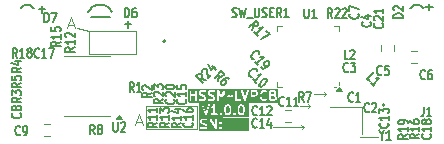
<source format=gbr>
%TF.GenerationSoftware,KiCad,Pcbnew,8.0.6*%
%TF.CreationDate,2025-01-21T23:53:36+01:00*%
%TF.ProjectId,HSSM-LVPCB,4853534d-2d4c-4565-9043-422e6b696361,rev?*%
%TF.SameCoordinates,Original*%
%TF.FileFunction,Legend,Top*%
%TF.FilePolarity,Positive*%
%FSLAX46Y46*%
G04 Gerber Fmt 4.6, Leading zero omitted, Abs format (unit mm)*
G04 Created by KiCad (PCBNEW 8.0.6) date 2025-01-21 23:53:36*
%MOMM*%
%LPD*%
G01*
G04 APERTURE LIST*
%ADD10C,0.100000*%
%ADD11C,0.150000*%
%ADD12C,0.120000*%
%ADD13C,0.200000*%
G04 APERTURE END LIST*
D10*
X144775000Y-119850000D02*
X145800000Y-119850000D01*
X145625000Y-119700000D02*
X145800000Y-119850000D01*
X135050000Y-120650000D02*
X135225000Y-120650000D01*
X135225000Y-121725000D01*
X135050000Y-121725000D01*
X135050000Y-120650000D01*
G36*
X135050000Y-120650000D02*
G01*
X135225000Y-120650000D01*
X135225000Y-121725000D01*
X135050000Y-121725000D01*
X135050000Y-120650000D01*
G37*
X135050000Y-120650000D02*
X139200000Y-120650000D01*
X139200000Y-121725000D01*
X135050000Y-121725000D01*
X135050000Y-120650000D01*
X144275000Y-121075000D02*
X144425000Y-120900000D01*
X143625000Y-120900000D02*
X144425000Y-120900000D01*
X143725000Y-122475000D02*
X143900000Y-122625000D01*
X143900000Y-122625000D02*
X141350000Y-122625000D01*
X130525000Y-120900000D02*
X134900000Y-120900000D01*
X134900000Y-122875000D01*
X130525000Y-122875000D01*
X130525000Y-120900000D01*
X137037500Y-121912500D02*
X139137500Y-121912500D01*
X139137500Y-122887500D01*
X137037500Y-122887500D01*
X137037500Y-121912500D01*
G36*
X137037500Y-121912500D02*
G01*
X139137500Y-121912500D01*
X139137500Y-122887500D01*
X137037500Y-122887500D01*
X137037500Y-121912500D01*
G37*
X143750000Y-122800000D02*
X143900000Y-122625000D01*
X139025000Y-120650000D02*
X139200000Y-120650000D01*
X139200000Y-121700000D01*
X139025000Y-121700000D01*
X139025000Y-120650000D01*
G36*
X139025000Y-120650000D02*
G01*
X139200000Y-120650000D01*
X139200000Y-121700000D01*
X139025000Y-121700000D01*
X139025000Y-120650000D01*
G37*
X145650000Y-120025000D02*
X145800000Y-119850000D01*
X125700000Y-114500000D02*
X124725000Y-114300000D01*
X144425000Y-120900000D02*
X144250000Y-120750000D01*
X134175000Y-119450000D02*
X141675000Y-119450000D01*
X141675000Y-120525000D01*
X134175000Y-120525000D01*
X134175000Y-119450000D01*
X150200000Y-123475000D02*
X148650000Y-123475000D01*
X144250000Y-120750000D02*
X144425000Y-120900000D01*
X135050000Y-121862500D02*
X139212500Y-121862500D01*
X139212500Y-122912500D01*
X135050000Y-122912500D01*
X135050000Y-121862500D01*
X125700000Y-114500000D02*
X129725000Y-114500000D01*
X129725000Y-116450000D01*
X125700000Y-116450000D01*
X125700000Y-114500000D01*
D11*
G36*
X137064703Y-122945684D02*
G01*
X135062175Y-122945684D01*
X135062175Y-122134176D01*
X135151064Y-122134176D01*
X135151064Y-122210366D01*
X135152505Y-122224998D01*
X135153535Y-122227486D01*
X135153727Y-122230176D01*
X135158982Y-122243907D01*
X135197078Y-122320098D01*
X135201041Y-122326394D01*
X135201800Y-122328225D01*
X135203491Y-122330286D01*
X135204911Y-122332541D01*
X135206406Y-122333837D01*
X135211127Y-122339590D01*
X135249222Y-122377685D01*
X135254971Y-122382403D01*
X135256271Y-122383902D01*
X135258530Y-122385323D01*
X135260587Y-122387012D01*
X135262414Y-122387769D01*
X135268714Y-122391734D01*
X135344904Y-122429829D01*
X135345973Y-122430238D01*
X135346409Y-122430561D01*
X135352554Y-122432756D01*
X135358636Y-122435084D01*
X135359175Y-122435122D01*
X135360255Y-122435508D01*
X135504649Y-122471606D01*
X135562590Y-122500577D01*
X135583473Y-122521460D01*
X135608207Y-122570928D01*
X135608207Y-122611709D01*
X135583472Y-122661177D01*
X135562589Y-122682061D01*
X135513121Y-122706795D01*
X135352520Y-122706795D01*
X135249781Y-122672549D01*
X135235444Y-122669289D01*
X135206254Y-122671364D01*
X135180081Y-122684450D01*
X135160907Y-122706558D01*
X135151653Y-122734320D01*
X135153728Y-122763510D01*
X135166814Y-122789683D01*
X135188922Y-122808857D01*
X135202347Y-122814851D01*
X135316633Y-122852946D01*
X135323886Y-122854595D01*
X135325718Y-122855354D01*
X135328372Y-122855615D01*
X135330970Y-122856206D01*
X135332944Y-122856065D01*
X135340350Y-122856795D01*
X135530826Y-122856795D01*
X135545458Y-122855354D01*
X135547947Y-122854322D01*
X135550635Y-122854132D01*
X135564367Y-122848877D01*
X135640558Y-122810782D01*
X135646857Y-122806817D01*
X135648685Y-122806060D01*
X135650741Y-122804372D01*
X135653001Y-122802950D01*
X135654301Y-122801450D01*
X135660051Y-122796732D01*
X135698146Y-122758636D01*
X135702863Y-122752887D01*
X135704362Y-122751588D01*
X135705783Y-122749329D01*
X135707473Y-122747271D01*
X135708230Y-122745441D01*
X135712194Y-122739145D01*
X135750289Y-122662955D01*
X135755544Y-122649223D01*
X135755734Y-122646535D01*
X135756766Y-122644046D01*
X135758207Y-122629414D01*
X135758207Y-122553223D01*
X135756766Y-122538591D01*
X135755734Y-122536101D01*
X135755544Y-122533414D01*
X135750289Y-122519682D01*
X135712194Y-122443492D01*
X135708229Y-122437192D01*
X135707472Y-122435365D01*
X135705783Y-122433308D01*
X135704362Y-122431049D01*
X135702863Y-122429749D01*
X135698145Y-122424000D01*
X135660050Y-122385905D01*
X135654297Y-122381184D01*
X135653001Y-122379689D01*
X135650746Y-122378269D01*
X135648685Y-122376578D01*
X135646854Y-122375819D01*
X135640558Y-122371856D01*
X135564367Y-122333760D01*
X135563297Y-122333350D01*
X135562862Y-122333028D01*
X135556725Y-122330835D01*
X135550636Y-122328505D01*
X135550095Y-122328466D01*
X135549016Y-122328081D01*
X135404620Y-122291982D01*
X135346682Y-122263013D01*
X135325799Y-122242130D01*
X135301064Y-122192660D01*
X135301064Y-122151881D01*
X135325799Y-122102411D01*
X135346682Y-122081529D01*
X135396150Y-122056795D01*
X135556752Y-122056795D01*
X135659490Y-122091041D01*
X135673827Y-122094301D01*
X135703017Y-122092226D01*
X135729190Y-122079140D01*
X135748364Y-122057033D01*
X135757618Y-122029270D01*
X135755543Y-122000080D01*
X135746401Y-121981795D01*
X135951065Y-121981795D01*
X135951065Y-122781795D01*
X135952506Y-122796427D01*
X135963705Y-122823463D01*
X135984397Y-122844155D01*
X136011433Y-122855354D01*
X136040697Y-122855354D01*
X136067733Y-122844155D01*
X136088425Y-122823463D01*
X136099624Y-122796427D01*
X136101065Y-122781795D01*
X136101065Y-122264211D01*
X136418090Y-122819005D01*
X136420278Y-122822088D01*
X136420848Y-122823463D01*
X136422247Y-122824862D01*
X136426600Y-122830995D01*
X136434488Y-122837103D01*
X136441540Y-122844155D01*
X136445958Y-122845985D01*
X136449738Y-122848912D01*
X136459359Y-122851536D01*
X136468576Y-122855354D01*
X136473357Y-122855354D01*
X136477969Y-122856612D01*
X136487866Y-122855354D01*
X136497840Y-122855354D01*
X136502255Y-122853524D01*
X136506999Y-122852922D01*
X136515663Y-122847971D01*
X136524876Y-122844155D01*
X136528254Y-122840776D01*
X136532408Y-122838403D01*
X136538517Y-122830513D01*
X136545568Y-122823463D01*
X136547397Y-122819046D01*
X136550325Y-122815266D01*
X136552949Y-122805642D01*
X136556767Y-122796427D01*
X136557503Y-122788944D01*
X136558025Y-122787034D01*
X136557837Y-122785558D01*
X136558208Y-122781795D01*
X136558208Y-122729070D01*
X136752505Y-122729070D01*
X136752505Y-122758332D01*
X136763704Y-122785368D01*
X136773032Y-122796734D01*
X136811128Y-122834829D01*
X136822493Y-122844156D01*
X136833976Y-122848912D01*
X136849528Y-122855354D01*
X136849529Y-122855354D01*
X136878792Y-122855354D01*
X136905828Y-122844155D01*
X136917193Y-122834828D01*
X136955288Y-122796733D01*
X136964615Y-122785368D01*
X136975814Y-122758332D01*
X136975814Y-122729069D01*
X136972155Y-122720235D01*
X136964616Y-122702033D01*
X136955289Y-122690668D01*
X136917194Y-122652572D01*
X136905833Y-122643248D01*
X136905828Y-122643243D01*
X136878792Y-122632045D01*
X136849528Y-122632045D01*
X136841609Y-122635324D01*
X136822492Y-122643243D01*
X136811127Y-122652571D01*
X136773031Y-122690667D01*
X136763704Y-122702032D01*
X136763703Y-122702033D01*
X136763314Y-122702973D01*
X136752633Y-122728762D01*
X136752505Y-122729070D01*
X136558208Y-122729070D01*
X136558208Y-122310020D01*
X136752505Y-122310020D01*
X136752505Y-122310021D01*
X136752505Y-122310022D01*
X136752505Y-122339284D01*
X136757130Y-122350450D01*
X136763703Y-122366319D01*
X136763704Y-122366320D01*
X136773032Y-122377686D01*
X136811128Y-122415781D01*
X136822493Y-122425108D01*
X136835659Y-122430561D01*
X136849528Y-122436306D01*
X136849529Y-122436306D01*
X136878792Y-122436306D01*
X136905828Y-122425107D01*
X136917193Y-122415780D01*
X136955288Y-122377685D01*
X136964615Y-122366320D01*
X136975814Y-122339284D01*
X136975814Y-122310021D01*
X136975687Y-122309713D01*
X136964615Y-122282984D01*
X136955288Y-122271619D01*
X136917193Y-122233524D01*
X136905828Y-122224197D01*
X136905826Y-122224196D01*
X136878792Y-122212998D01*
X136849528Y-122212998D01*
X136838330Y-122217636D01*
X136822493Y-122224196D01*
X136811128Y-122233523D01*
X136773032Y-122271618D01*
X136763704Y-122282984D01*
X136763703Y-122282985D01*
X136759910Y-122292143D01*
X136752505Y-122310020D01*
X136558208Y-122310020D01*
X136558208Y-121981795D01*
X136556767Y-121967163D01*
X136545568Y-121940127D01*
X136524876Y-121919435D01*
X136497840Y-121908236D01*
X136468576Y-121908236D01*
X136441540Y-121919435D01*
X136420848Y-121940127D01*
X136409649Y-121967163D01*
X136408208Y-121981795D01*
X136408208Y-122499378D01*
X136091183Y-121944585D01*
X136088994Y-121941501D01*
X136088425Y-121940127D01*
X136087025Y-121938727D01*
X136082673Y-121932595D01*
X136074783Y-121926485D01*
X136067733Y-121919435D01*
X136063316Y-121917605D01*
X136059536Y-121914678D01*
X136049912Y-121912053D01*
X136040697Y-121908236D01*
X136035916Y-121908236D01*
X136031304Y-121906978D01*
X136021407Y-121908236D01*
X136011433Y-121908236D01*
X136007017Y-121910065D01*
X136002274Y-121910668D01*
X135993609Y-121915618D01*
X135984397Y-121919435D01*
X135981018Y-121922813D01*
X135976865Y-121925187D01*
X135970755Y-121933076D01*
X135963705Y-121940127D01*
X135961875Y-121944543D01*
X135958948Y-121948324D01*
X135956323Y-121957947D01*
X135952506Y-121967163D01*
X135951769Y-121974645D01*
X135951248Y-121976556D01*
X135951435Y-121978031D01*
X135951065Y-121981795D01*
X135746401Y-121981795D01*
X135742457Y-121973907D01*
X135720350Y-121954733D01*
X135706924Y-121948739D01*
X135592639Y-121910644D01*
X135585385Y-121908994D01*
X135583554Y-121908236D01*
X135580899Y-121907974D01*
X135578302Y-121907384D01*
X135576327Y-121907524D01*
X135568922Y-121906795D01*
X135378445Y-121906795D01*
X135363813Y-121908236D01*
X135361323Y-121909267D01*
X135358636Y-121909458D01*
X135344904Y-121914713D01*
X135268714Y-121952808D01*
X135262414Y-121956772D01*
X135260587Y-121957530D01*
X135258530Y-121959218D01*
X135256271Y-121960640D01*
X135254971Y-121962138D01*
X135249222Y-121966857D01*
X135211127Y-122004952D01*
X135206406Y-122010704D01*
X135204911Y-122012001D01*
X135203491Y-122014255D01*
X135201800Y-122016317D01*
X135201041Y-122018147D01*
X135197078Y-122024444D01*
X135158982Y-122100635D01*
X135153727Y-122114366D01*
X135153535Y-122117055D01*
X135152505Y-122119544D01*
X135151064Y-122134176D01*
X135062175Y-122134176D01*
X135062175Y-121817906D01*
X137064703Y-121817906D01*
X137064703Y-122945684D01*
G37*
D10*
X129756265Y-122236704D02*
X130232455Y-122236704D01*
X129661027Y-122522419D02*
X129994360Y-121522419D01*
X129994360Y-121522419D02*
X130327693Y-122522419D01*
X123981265Y-114036704D02*
X124457455Y-114036704D01*
X123886027Y-114322419D02*
X124219360Y-113322419D01*
X124219360Y-113322419D02*
X124552693Y-114322419D01*
D11*
G36*
X137553066Y-120894029D02*
G01*
X137573948Y-120914911D01*
X137602918Y-120972851D01*
X137636778Y-121108290D01*
X137636778Y-121280299D01*
X137602918Y-121415738D01*
X137573948Y-121473677D01*
X137553065Y-121494561D01*
X137503597Y-121519295D01*
X137462817Y-121519295D01*
X137413348Y-121494561D01*
X137392465Y-121473677D01*
X137363495Y-121415737D01*
X137329635Y-121280297D01*
X137329635Y-121108292D01*
X137363495Y-120972851D01*
X137392465Y-120914911D01*
X137413347Y-120894029D01*
X137462817Y-120869295D01*
X137503597Y-120869295D01*
X137553066Y-120894029D01*
G37*
G36*
X138695923Y-120894029D02*
G01*
X138716805Y-120914911D01*
X138745775Y-120972851D01*
X138779635Y-121108290D01*
X138779635Y-121280299D01*
X138745775Y-121415738D01*
X138716805Y-121473677D01*
X138695922Y-121494561D01*
X138646454Y-121519295D01*
X138605674Y-121519295D01*
X138556205Y-121494561D01*
X138535322Y-121473677D01*
X138506352Y-121415737D01*
X138472492Y-121280297D01*
X138472492Y-121108292D01*
X138506352Y-120972851D01*
X138535322Y-120914911D01*
X138556204Y-120894029D01*
X138605674Y-120869295D01*
X138646454Y-120869295D01*
X138695923Y-120894029D01*
G37*
G36*
X139018524Y-121758184D02*
G01*
X135186574Y-121758184D01*
X135186574Y-120803675D01*
X135275463Y-120803675D01*
X135278723Y-120818012D01*
X135545390Y-121618012D01*
X135551384Y-121631437D01*
X135554894Y-121635484D01*
X135557291Y-121640278D01*
X135564395Y-121646440D01*
X135570558Y-121653545D01*
X135575351Y-121655941D01*
X135579399Y-121659452D01*
X135588320Y-121662425D01*
X135596731Y-121666631D01*
X135602075Y-121667010D01*
X135607161Y-121668706D01*
X135616541Y-121668039D01*
X135625921Y-121668706D01*
X135631006Y-121667010D01*
X135636351Y-121666631D01*
X135644760Y-121662426D01*
X135653684Y-121659452D01*
X135657732Y-121655940D01*
X135662524Y-121653545D01*
X135668685Y-121646441D01*
X135675791Y-121640278D01*
X135678187Y-121635484D01*
X135681698Y-121631437D01*
X135687692Y-121618012D01*
X135889200Y-121013485D01*
X136037367Y-121013485D01*
X136039441Y-121042675D01*
X136052528Y-121068850D01*
X136074636Y-121088023D01*
X136102397Y-121097277D01*
X136131587Y-121095203D01*
X136145319Y-121089948D01*
X136221510Y-121051853D01*
X136227809Y-121047888D01*
X136229637Y-121047131D01*
X136231693Y-121045442D01*
X136233953Y-121044021D01*
X136235252Y-121042522D01*
X136241002Y-121037804D01*
X136265350Y-121013455D01*
X136265350Y-121519295D01*
X136111778Y-121519295D01*
X136097146Y-121520736D01*
X136070110Y-121531935D01*
X136049418Y-121552627D01*
X136038219Y-121579663D01*
X136038219Y-121608927D01*
X136049418Y-121635963D01*
X136070110Y-121656655D01*
X136097146Y-121667854D01*
X136111778Y-121669295D01*
X136568921Y-121669295D01*
X136583553Y-121667854D01*
X136610589Y-121656655D01*
X136631281Y-121635963D01*
X136642480Y-121608927D01*
X136642480Y-121579663D01*
X136631281Y-121552627D01*
X136620224Y-121541570D01*
X136800124Y-121541570D01*
X136800124Y-121570832D01*
X136811323Y-121597868D01*
X136820651Y-121609234D01*
X136858747Y-121647329D01*
X136870112Y-121656656D01*
X136885949Y-121663215D01*
X136897147Y-121667854D01*
X136897148Y-121667854D01*
X136926411Y-121667854D01*
X136953447Y-121656655D01*
X136964812Y-121647328D01*
X137002907Y-121609233D01*
X137012234Y-121597868D01*
X137023433Y-121570832D01*
X137023433Y-121541569D01*
X137019774Y-121532735D01*
X137012235Y-121514533D01*
X137002908Y-121503168D01*
X136964813Y-121465072D01*
X136953452Y-121455748D01*
X136953447Y-121455743D01*
X136926411Y-121444545D01*
X136897147Y-121444545D01*
X136889228Y-121447824D01*
X136870111Y-121455743D01*
X136858746Y-121465071D01*
X136820650Y-121503167D01*
X136811323Y-121514532D01*
X136811322Y-121514533D01*
X136809843Y-121518104D01*
X136800252Y-121541262D01*
X136800124Y-121541570D01*
X136620224Y-121541570D01*
X136610589Y-121531935D01*
X136583553Y-121520736D01*
X136568921Y-121519295D01*
X136415350Y-121519295D01*
X136415350Y-121099057D01*
X137179635Y-121099057D01*
X137179635Y-121289533D01*
X137179886Y-121292086D01*
X137179724Y-121293179D01*
X137180533Y-121298653D01*
X137181076Y-121304165D01*
X137181498Y-121305185D01*
X137181874Y-121307724D01*
X137219970Y-121460105D01*
X137220355Y-121461184D01*
X137220394Y-121461723D01*
X137222718Y-121467798D01*
X137224917Y-121473950D01*
X137225239Y-121474385D01*
X137225649Y-121475455D01*
X137263744Y-121551645D01*
X137267707Y-121557941D01*
X137268465Y-121559771D01*
X137270154Y-121561829D01*
X137271576Y-121564088D01*
X137273074Y-121565387D01*
X137277792Y-121571136D01*
X137315887Y-121609232D01*
X137321638Y-121613952D01*
X137322937Y-121615450D01*
X137325192Y-121616869D01*
X137327252Y-121618560D01*
X137329082Y-121619318D01*
X137335380Y-121623282D01*
X137411571Y-121661377D01*
X137425303Y-121666632D01*
X137427990Y-121666822D01*
X137430480Y-121667854D01*
X137445112Y-121669295D01*
X137521302Y-121669295D01*
X137535934Y-121667854D01*
X137538423Y-121666822D01*
X137541111Y-121666632D01*
X137554843Y-121661377D01*
X137631034Y-121623282D01*
X137637333Y-121619317D01*
X137639161Y-121618560D01*
X137641217Y-121616872D01*
X137643477Y-121615450D01*
X137644777Y-121613950D01*
X137650527Y-121609232D01*
X137688622Y-121571136D01*
X137693339Y-121565387D01*
X137694838Y-121564088D01*
X137696259Y-121561829D01*
X137697949Y-121559771D01*
X137698706Y-121557941D01*
X137702670Y-121551645D01*
X137707708Y-121541570D01*
X137942981Y-121541570D01*
X137942981Y-121570832D01*
X137954180Y-121597868D01*
X137963508Y-121609234D01*
X138001604Y-121647329D01*
X138012969Y-121656656D01*
X138028806Y-121663215D01*
X138040004Y-121667854D01*
X138040005Y-121667854D01*
X138069268Y-121667854D01*
X138096304Y-121656655D01*
X138107669Y-121647328D01*
X138145764Y-121609233D01*
X138155091Y-121597868D01*
X138166290Y-121570832D01*
X138166290Y-121541569D01*
X138162631Y-121532735D01*
X138155092Y-121514533D01*
X138145765Y-121503168D01*
X138107670Y-121465072D01*
X138096309Y-121455748D01*
X138096304Y-121455743D01*
X138069268Y-121444545D01*
X138040004Y-121444545D01*
X138032085Y-121447824D01*
X138012968Y-121455743D01*
X138001603Y-121465071D01*
X137963507Y-121503167D01*
X137954180Y-121514532D01*
X137954179Y-121514533D01*
X137952700Y-121518104D01*
X137943109Y-121541262D01*
X137942981Y-121541570D01*
X137707708Y-121541570D01*
X137740765Y-121475455D01*
X137741174Y-121474385D01*
X137741497Y-121473950D01*
X137743692Y-121467804D01*
X137746020Y-121461723D01*
X137746058Y-121461183D01*
X137746444Y-121460104D01*
X137784539Y-121307723D01*
X137784914Y-121305185D01*
X137785337Y-121304165D01*
X137785878Y-121298662D01*
X137786690Y-121293178D01*
X137786526Y-121292082D01*
X137786778Y-121289533D01*
X137786778Y-121099057D01*
X138322492Y-121099057D01*
X138322492Y-121289533D01*
X138322743Y-121292086D01*
X138322581Y-121293179D01*
X138323390Y-121298653D01*
X138323933Y-121304165D01*
X138324355Y-121305185D01*
X138324731Y-121307724D01*
X138362827Y-121460105D01*
X138363212Y-121461184D01*
X138363251Y-121461723D01*
X138365575Y-121467798D01*
X138367774Y-121473950D01*
X138368096Y-121474385D01*
X138368506Y-121475455D01*
X138406601Y-121551645D01*
X138410564Y-121557941D01*
X138411322Y-121559771D01*
X138413011Y-121561829D01*
X138414433Y-121564088D01*
X138415931Y-121565387D01*
X138420649Y-121571136D01*
X138458744Y-121609232D01*
X138464495Y-121613952D01*
X138465794Y-121615450D01*
X138468049Y-121616869D01*
X138470109Y-121618560D01*
X138471939Y-121619318D01*
X138478237Y-121623282D01*
X138554428Y-121661377D01*
X138568160Y-121666632D01*
X138570847Y-121666822D01*
X138573337Y-121667854D01*
X138587969Y-121669295D01*
X138664159Y-121669295D01*
X138678791Y-121667854D01*
X138681280Y-121666822D01*
X138683968Y-121666632D01*
X138697700Y-121661377D01*
X138773891Y-121623282D01*
X138780190Y-121619317D01*
X138782018Y-121618560D01*
X138784074Y-121616872D01*
X138786334Y-121615450D01*
X138787634Y-121613950D01*
X138793384Y-121609232D01*
X138831479Y-121571136D01*
X138836196Y-121565387D01*
X138837695Y-121564088D01*
X138839116Y-121561829D01*
X138840806Y-121559771D01*
X138841563Y-121557941D01*
X138845527Y-121551645D01*
X138883622Y-121475455D01*
X138884031Y-121474385D01*
X138884354Y-121473950D01*
X138886549Y-121467804D01*
X138888877Y-121461723D01*
X138888915Y-121461183D01*
X138889301Y-121460104D01*
X138927396Y-121307723D01*
X138927771Y-121305185D01*
X138928194Y-121304165D01*
X138928735Y-121298662D01*
X138929547Y-121293178D01*
X138929383Y-121292082D01*
X138929635Y-121289533D01*
X138929635Y-121099057D01*
X138929383Y-121096507D01*
X138929547Y-121095412D01*
X138928735Y-121089927D01*
X138928194Y-121084425D01*
X138927771Y-121083404D01*
X138927396Y-121080867D01*
X138889301Y-120928486D01*
X138888915Y-120927406D01*
X138888877Y-120926867D01*
X138886549Y-120920785D01*
X138884354Y-120914640D01*
X138884031Y-120914204D01*
X138883622Y-120913135D01*
X138845527Y-120836944D01*
X138841562Y-120830644D01*
X138840805Y-120828817D01*
X138839116Y-120826760D01*
X138837695Y-120824501D01*
X138836196Y-120823201D01*
X138831478Y-120817452D01*
X138793383Y-120779357D01*
X138787633Y-120774638D01*
X138786334Y-120773140D01*
X138784074Y-120771718D01*
X138782018Y-120770030D01*
X138780190Y-120769272D01*
X138773891Y-120765308D01*
X138697700Y-120727213D01*
X138683968Y-120721958D01*
X138681280Y-120721767D01*
X138678791Y-120720736D01*
X138664159Y-120719295D01*
X138587969Y-120719295D01*
X138573337Y-120720736D01*
X138570847Y-120721767D01*
X138568160Y-120721958D01*
X138554428Y-120727213D01*
X138478237Y-120765308D01*
X138471937Y-120769272D01*
X138470110Y-120770030D01*
X138468053Y-120771718D01*
X138465794Y-120773140D01*
X138464494Y-120774638D01*
X138458745Y-120779357D01*
X138420650Y-120817452D01*
X138415931Y-120823201D01*
X138414433Y-120824501D01*
X138413011Y-120826760D01*
X138411323Y-120828817D01*
X138410565Y-120830644D01*
X138406601Y-120836944D01*
X138368506Y-120913135D01*
X138368096Y-120914204D01*
X138367774Y-120914640D01*
X138365575Y-120920791D01*
X138363251Y-120926867D01*
X138363212Y-120927405D01*
X138362827Y-120928485D01*
X138324731Y-121080866D01*
X138324355Y-121083404D01*
X138323933Y-121084425D01*
X138323390Y-121089936D01*
X138322581Y-121095411D01*
X138322743Y-121096503D01*
X138322492Y-121099057D01*
X137786778Y-121099057D01*
X137786526Y-121096507D01*
X137786690Y-121095412D01*
X137785878Y-121089927D01*
X137785337Y-121084425D01*
X137784914Y-121083404D01*
X137784539Y-121080867D01*
X137746444Y-120928486D01*
X137746058Y-120927406D01*
X137746020Y-120926867D01*
X137743692Y-120920785D01*
X137741497Y-120914640D01*
X137741174Y-120914204D01*
X137740765Y-120913135D01*
X137702670Y-120836944D01*
X137698705Y-120830644D01*
X137697948Y-120828817D01*
X137696259Y-120826760D01*
X137694838Y-120824501D01*
X137693339Y-120823201D01*
X137688621Y-120817452D01*
X137650526Y-120779357D01*
X137644776Y-120774638D01*
X137643477Y-120773140D01*
X137641217Y-120771718D01*
X137639161Y-120770030D01*
X137637333Y-120769272D01*
X137631034Y-120765308D01*
X137554843Y-120727213D01*
X137541111Y-120721958D01*
X137538423Y-120721767D01*
X137535934Y-120720736D01*
X137521302Y-120719295D01*
X137445112Y-120719295D01*
X137430480Y-120720736D01*
X137427990Y-120721767D01*
X137425303Y-120721958D01*
X137411571Y-120727213D01*
X137335380Y-120765308D01*
X137329080Y-120769272D01*
X137327253Y-120770030D01*
X137325196Y-120771718D01*
X137322937Y-120773140D01*
X137321637Y-120774638D01*
X137315888Y-120779357D01*
X137277793Y-120817452D01*
X137273074Y-120823201D01*
X137271576Y-120824501D01*
X137270154Y-120826760D01*
X137268466Y-120828817D01*
X137267708Y-120830644D01*
X137263744Y-120836944D01*
X137225649Y-120913135D01*
X137225239Y-120914204D01*
X137224917Y-120914640D01*
X137222718Y-120920791D01*
X137220394Y-120926867D01*
X137220355Y-120927405D01*
X137219970Y-120928485D01*
X137181874Y-121080866D01*
X137181498Y-121083404D01*
X137181076Y-121084425D01*
X137180533Y-121089936D01*
X137179724Y-121095411D01*
X137179886Y-121096503D01*
X137179635Y-121099057D01*
X136415350Y-121099057D01*
X136415350Y-120794295D01*
X136415344Y-120794242D01*
X136415350Y-120794217D01*
X136415334Y-120794141D01*
X136413909Y-120779663D01*
X136411067Y-120772802D01*
X136409611Y-120765522D01*
X136405522Y-120759416D01*
X136402710Y-120752627D01*
X136397459Y-120747376D01*
X136393328Y-120741207D01*
X136387213Y-120737130D01*
X136382018Y-120731935D01*
X136375157Y-120729093D01*
X136368979Y-120724974D01*
X136361770Y-120723547D01*
X136354982Y-120720736D01*
X136347556Y-120720736D01*
X136340272Y-120719295D01*
X136333067Y-120720736D01*
X136325718Y-120720736D01*
X136318857Y-120723577D01*
X136311577Y-120725034D01*
X136305471Y-120729122D01*
X136298682Y-120731935D01*
X136293431Y-120737185D01*
X136287262Y-120741317D01*
X136278041Y-120752575D01*
X136277990Y-120752627D01*
X136277980Y-120752649D01*
X136277946Y-120752692D01*
X136205873Y-120860800D01*
X136143541Y-120923131D01*
X136078237Y-120955784D01*
X136065794Y-120963616D01*
X136046621Y-120985724D01*
X136037367Y-121013485D01*
X135889200Y-121013485D01*
X135954358Y-120818012D01*
X135957618Y-120803675D01*
X135955544Y-120774485D01*
X135942457Y-120748311D01*
X135920350Y-120729138D01*
X135892587Y-120719884D01*
X135863397Y-120721958D01*
X135837224Y-120735045D01*
X135818050Y-120757152D01*
X135812056Y-120770578D01*
X135616540Y-121357124D01*
X135421025Y-120770578D01*
X135415031Y-120757152D01*
X135395857Y-120735045D01*
X135369684Y-120721959D01*
X135340494Y-120719884D01*
X135312731Y-120729138D01*
X135290624Y-120748312D01*
X135277538Y-120774485D01*
X135275463Y-120803675D01*
X135186574Y-120803675D01*
X135186574Y-120630406D01*
X139018524Y-120630406D01*
X139018524Y-121758184D01*
G37*
G36*
X141435550Y-120078893D02*
G01*
X141452520Y-120095863D01*
X141477256Y-120145333D01*
X141477256Y-120224208D01*
X141452520Y-120273678D01*
X141431637Y-120294561D01*
X141382170Y-120319295D01*
X141170113Y-120319295D01*
X141170113Y-120050247D01*
X141349609Y-120050247D01*
X141435550Y-120078893D01*
G37*
G36*
X141393543Y-119694029D02*
G01*
X141414425Y-119714911D01*
X141439160Y-119764380D01*
X141439160Y-119805161D01*
X141414425Y-119854630D01*
X141393543Y-119875512D01*
X141344074Y-119900247D01*
X141170113Y-119900247D01*
X141170113Y-119669295D01*
X141344074Y-119669295D01*
X141393543Y-119694029D01*
G37*
G36*
X139831638Y-119694029D02*
G01*
X139852521Y-119714912D01*
X139877256Y-119764381D01*
X139877256Y-119843255D01*
X139852521Y-119892724D01*
X139831638Y-119913608D01*
X139782170Y-119938342D01*
X139570113Y-119938342D01*
X139570113Y-119669295D01*
X139782170Y-119669295D01*
X139831638Y-119694029D01*
G37*
G36*
X141716145Y-120558184D02*
G01*
X134150271Y-120558184D01*
X134150271Y-119594295D01*
X134239160Y-119594295D01*
X134239160Y-120394295D01*
X134240601Y-120408927D01*
X134251800Y-120435963D01*
X134272492Y-120456655D01*
X134299528Y-120467854D01*
X134328792Y-120467854D01*
X134355828Y-120456655D01*
X134376520Y-120435963D01*
X134387719Y-120408927D01*
X134389160Y-120394295D01*
X134389160Y-120050247D01*
X134696303Y-120050247D01*
X134696303Y-120394295D01*
X134697744Y-120408927D01*
X134708943Y-120435963D01*
X134729635Y-120456655D01*
X134756671Y-120467854D01*
X134785935Y-120467854D01*
X134812971Y-120456655D01*
X134833663Y-120435963D01*
X134844862Y-120408927D01*
X134846303Y-120394295D01*
X134846303Y-119746676D01*
X135039159Y-119746676D01*
X135039159Y-119822866D01*
X135040600Y-119837498D01*
X135041630Y-119839986D01*
X135041822Y-119842676D01*
X135047077Y-119856407D01*
X135085173Y-119932598D01*
X135089136Y-119938894D01*
X135089895Y-119940725D01*
X135091586Y-119942786D01*
X135093006Y-119945041D01*
X135094501Y-119946337D01*
X135099222Y-119952090D01*
X135137317Y-119990185D01*
X135143066Y-119994903D01*
X135144366Y-119996402D01*
X135146625Y-119997823D01*
X135148682Y-119999512D01*
X135150509Y-120000269D01*
X135156809Y-120004234D01*
X135232999Y-120042329D01*
X135234068Y-120042738D01*
X135234504Y-120043061D01*
X135240649Y-120045256D01*
X135246731Y-120047584D01*
X135247270Y-120047622D01*
X135248350Y-120048008D01*
X135392744Y-120084106D01*
X135450685Y-120113077D01*
X135471568Y-120133960D01*
X135496302Y-120183428D01*
X135496302Y-120224209D01*
X135471567Y-120273677D01*
X135450684Y-120294561D01*
X135401216Y-120319295D01*
X135240615Y-120319295D01*
X135137876Y-120285049D01*
X135123539Y-120281789D01*
X135094349Y-120283864D01*
X135068176Y-120296950D01*
X135049002Y-120319058D01*
X135039748Y-120346820D01*
X135041823Y-120376010D01*
X135054909Y-120402183D01*
X135077017Y-120421357D01*
X135090442Y-120427351D01*
X135204728Y-120465446D01*
X135211981Y-120467095D01*
X135213813Y-120467854D01*
X135216467Y-120468115D01*
X135219065Y-120468706D01*
X135221039Y-120468565D01*
X135228445Y-120469295D01*
X135418921Y-120469295D01*
X135433553Y-120467854D01*
X135436042Y-120466822D01*
X135438730Y-120466632D01*
X135452462Y-120461377D01*
X135528653Y-120423282D01*
X135534952Y-120419317D01*
X135536780Y-120418560D01*
X135538836Y-120416872D01*
X135541096Y-120415450D01*
X135542396Y-120413950D01*
X135548146Y-120409232D01*
X135586241Y-120371136D01*
X135590958Y-120365387D01*
X135592457Y-120364088D01*
X135593878Y-120361829D01*
X135595568Y-120359771D01*
X135596325Y-120357941D01*
X135600289Y-120351645D01*
X135638384Y-120275455D01*
X135643639Y-120261723D01*
X135643829Y-120259035D01*
X135644861Y-120256546D01*
X135646302Y-120241914D01*
X135646302Y-120165723D01*
X135644861Y-120151091D01*
X135643829Y-120148601D01*
X135643639Y-120145914D01*
X135638384Y-120132182D01*
X135600289Y-120055992D01*
X135596324Y-120049692D01*
X135595567Y-120047865D01*
X135593878Y-120045808D01*
X135592457Y-120043549D01*
X135590958Y-120042249D01*
X135586240Y-120036500D01*
X135548145Y-119998405D01*
X135542392Y-119993684D01*
X135541096Y-119992189D01*
X135538841Y-119990769D01*
X135536780Y-119989078D01*
X135534949Y-119988319D01*
X135528653Y-119984356D01*
X135452462Y-119946260D01*
X135451392Y-119945850D01*
X135450957Y-119945528D01*
X135444820Y-119943335D01*
X135438731Y-119941005D01*
X135438190Y-119940966D01*
X135437111Y-119940581D01*
X135292715Y-119904482D01*
X135234777Y-119875513D01*
X135213894Y-119854630D01*
X135189159Y-119805160D01*
X135189159Y-119764381D01*
X135198012Y-119746676D01*
X135801064Y-119746676D01*
X135801064Y-119822866D01*
X135802505Y-119837498D01*
X135803535Y-119839986D01*
X135803727Y-119842676D01*
X135808982Y-119856407D01*
X135847078Y-119932598D01*
X135851041Y-119938894D01*
X135851800Y-119940725D01*
X135853491Y-119942786D01*
X135854911Y-119945041D01*
X135856406Y-119946337D01*
X135861127Y-119952090D01*
X135899222Y-119990185D01*
X135904971Y-119994903D01*
X135906271Y-119996402D01*
X135908530Y-119997823D01*
X135910587Y-119999512D01*
X135912414Y-120000269D01*
X135918714Y-120004234D01*
X135994904Y-120042329D01*
X135995973Y-120042738D01*
X135996409Y-120043061D01*
X136002554Y-120045256D01*
X136008636Y-120047584D01*
X136009175Y-120047622D01*
X136010255Y-120048008D01*
X136154649Y-120084106D01*
X136212590Y-120113077D01*
X136233473Y-120133960D01*
X136258207Y-120183428D01*
X136258207Y-120224209D01*
X136233472Y-120273677D01*
X136212589Y-120294561D01*
X136163121Y-120319295D01*
X136002520Y-120319295D01*
X135899781Y-120285049D01*
X135885444Y-120281789D01*
X135856254Y-120283864D01*
X135830081Y-120296950D01*
X135810907Y-120319058D01*
X135801653Y-120346820D01*
X135803728Y-120376010D01*
X135816814Y-120402183D01*
X135838922Y-120421357D01*
X135852347Y-120427351D01*
X135966633Y-120465446D01*
X135973886Y-120467095D01*
X135975718Y-120467854D01*
X135978372Y-120468115D01*
X135980970Y-120468706D01*
X135982944Y-120468565D01*
X135990350Y-120469295D01*
X136180826Y-120469295D01*
X136195458Y-120467854D01*
X136197947Y-120466822D01*
X136200635Y-120466632D01*
X136214367Y-120461377D01*
X136290558Y-120423282D01*
X136296857Y-120419317D01*
X136298685Y-120418560D01*
X136300741Y-120416872D01*
X136303001Y-120415450D01*
X136304301Y-120413950D01*
X136310051Y-120409232D01*
X136348146Y-120371136D01*
X136352863Y-120365387D01*
X136354362Y-120364088D01*
X136355783Y-120361829D01*
X136357473Y-120359771D01*
X136358230Y-120357941D01*
X136362194Y-120351645D01*
X136400289Y-120275455D01*
X136405544Y-120261723D01*
X136405734Y-120259035D01*
X136406766Y-120256546D01*
X136408207Y-120241914D01*
X136408207Y-120165723D01*
X136406766Y-120151091D01*
X136405734Y-120148601D01*
X136405544Y-120145914D01*
X136400289Y-120132182D01*
X136362194Y-120055992D01*
X136358229Y-120049692D01*
X136357472Y-120047865D01*
X136355783Y-120045808D01*
X136354362Y-120043549D01*
X136352863Y-120042249D01*
X136348145Y-120036500D01*
X136310050Y-119998405D01*
X136304297Y-119993684D01*
X136303001Y-119992189D01*
X136300746Y-119990769D01*
X136298685Y-119989078D01*
X136296854Y-119988319D01*
X136290558Y-119984356D01*
X136214367Y-119946260D01*
X136213297Y-119945850D01*
X136212862Y-119945528D01*
X136206725Y-119943335D01*
X136200636Y-119941005D01*
X136200095Y-119940966D01*
X136199016Y-119940581D01*
X136054620Y-119904482D01*
X135996682Y-119875513D01*
X135975799Y-119854630D01*
X135951064Y-119805160D01*
X135951064Y-119764381D01*
X135975799Y-119714911D01*
X135996682Y-119694029D01*
X136046150Y-119669295D01*
X136206752Y-119669295D01*
X136309490Y-119703541D01*
X136323827Y-119706801D01*
X136353017Y-119704726D01*
X136379190Y-119691640D01*
X136398364Y-119669533D01*
X136407618Y-119641770D01*
X136405543Y-119612580D01*
X136396401Y-119594295D01*
X136601065Y-119594295D01*
X136601065Y-120394295D01*
X136602506Y-120408927D01*
X136613705Y-120435963D01*
X136634397Y-120456655D01*
X136661433Y-120467854D01*
X136690697Y-120467854D01*
X136717733Y-120456655D01*
X136738425Y-120435963D01*
X136749624Y-120408927D01*
X136751065Y-120394295D01*
X136751065Y-119932363D01*
X136874767Y-120197440D01*
X136877941Y-120202799D01*
X136878601Y-120204612D01*
X136879775Y-120205894D01*
X136882261Y-120210090D01*
X136890670Y-120217790D01*
X136898365Y-120226193D01*
X136901383Y-120227601D01*
X136903842Y-120229853D01*
X136914554Y-120233748D01*
X136924883Y-120238569D01*
X136928211Y-120238715D01*
X136931343Y-120239854D01*
X136942737Y-120239353D01*
X136954119Y-120239853D01*
X136957247Y-120238715D01*
X136960579Y-120238569D01*
X136970914Y-120233745D01*
X136981620Y-120229853D01*
X136984075Y-120227603D01*
X136987097Y-120226194D01*
X136994798Y-120217783D01*
X137003201Y-120210089D01*
X137005684Y-120205896D01*
X137006861Y-120204612D01*
X137007521Y-120202796D01*
X137010695Y-120197439D01*
X137134398Y-119932361D01*
X137134398Y-120394295D01*
X137135839Y-120408927D01*
X137147038Y-120435963D01*
X137167730Y-120456655D01*
X137194766Y-120467854D01*
X137224030Y-120467854D01*
X137251066Y-120456655D01*
X137271758Y-120435963D01*
X137282957Y-120408927D01*
X137284398Y-120394295D01*
X137284398Y-120074902D01*
X137402506Y-120074902D01*
X137402506Y-120104164D01*
X137413705Y-120131201D01*
X137434397Y-120151893D01*
X137461434Y-120163092D01*
X137490696Y-120163092D01*
X137517733Y-120151893D01*
X137529098Y-120142566D01*
X137558587Y-120113076D01*
X137590350Y-120097194D01*
X137709190Y-120156615D01*
X137722922Y-120161870D01*
X137728268Y-120162249D01*
X137733351Y-120163944D01*
X137742731Y-120163277D01*
X137752112Y-120163944D01*
X137757194Y-120162249D01*
X137762541Y-120161870D01*
X137776273Y-120156615D01*
X137852463Y-120118520D01*
X137858762Y-120114555D01*
X137860590Y-120113798D01*
X137862646Y-120112110D01*
X137864906Y-120110688D01*
X137866206Y-120109188D01*
X137871956Y-120104470D01*
X137910051Y-120066374D01*
X137919378Y-120055009D01*
X137930576Y-120027973D01*
X137930576Y-119998710D01*
X137919377Y-119971674D01*
X137898684Y-119950981D01*
X137871647Y-119939783D01*
X137842384Y-119939783D01*
X137815348Y-119950982D01*
X137803983Y-119960310D01*
X137774494Y-119989799D01*
X137742732Y-120005680D01*
X137623892Y-119946260D01*
X137610161Y-119941005D01*
X137604812Y-119940625D01*
X137599731Y-119938931D01*
X137590350Y-119939597D01*
X137580970Y-119938931D01*
X137575887Y-119940625D01*
X137570541Y-119941005D01*
X137556809Y-119946260D01*
X137480619Y-119984356D01*
X137474322Y-119988319D01*
X137472492Y-119989078D01*
X137470430Y-119990769D01*
X137468176Y-119992189D01*
X137466879Y-119993684D01*
X137461127Y-119998405D01*
X137423032Y-120036500D01*
X137413705Y-120047865D01*
X137402506Y-120074902D01*
X137284398Y-120074902D01*
X137284398Y-119594295D01*
X138086780Y-119594295D01*
X138086780Y-120394295D01*
X138088221Y-120408927D01*
X138099420Y-120435963D01*
X138120112Y-120456655D01*
X138147148Y-120467854D01*
X138161780Y-120469295D01*
X138542732Y-120469295D01*
X138557364Y-120467854D01*
X138584400Y-120456655D01*
X138605092Y-120435963D01*
X138616291Y-120408927D01*
X138616291Y-120379663D01*
X138605092Y-120352627D01*
X138584400Y-120331935D01*
X138557364Y-120320736D01*
X138542732Y-120319295D01*
X138236780Y-120319295D01*
X138236780Y-119603675D01*
X138620702Y-119603675D01*
X138623962Y-119618012D01*
X138890629Y-120418012D01*
X138896623Y-120431437D01*
X138900133Y-120435484D01*
X138902530Y-120440278D01*
X138909634Y-120446440D01*
X138915797Y-120453545D01*
X138920590Y-120455941D01*
X138924638Y-120459452D01*
X138933559Y-120462425D01*
X138941970Y-120466631D01*
X138947314Y-120467010D01*
X138952400Y-120468706D01*
X138961780Y-120468039D01*
X138971160Y-120468706D01*
X138976245Y-120467010D01*
X138981590Y-120466631D01*
X138989999Y-120462426D01*
X138998923Y-120459452D01*
X139002971Y-120455940D01*
X139007763Y-120453545D01*
X139013924Y-120446441D01*
X139021030Y-120440278D01*
X139023426Y-120435484D01*
X139026937Y-120431437D01*
X139032931Y-120418012D01*
X139299597Y-119618012D01*
X139302857Y-119603675D01*
X139302191Y-119594295D01*
X139420113Y-119594295D01*
X139420113Y-120394295D01*
X139421554Y-120408927D01*
X139432753Y-120435963D01*
X139453445Y-120456655D01*
X139480481Y-120467854D01*
X139509745Y-120467854D01*
X139536781Y-120456655D01*
X139557473Y-120435963D01*
X139568672Y-120408927D01*
X139570113Y-120394295D01*
X139570113Y-120088342D01*
X139799875Y-120088342D01*
X139814507Y-120086901D01*
X139816996Y-120085869D01*
X139819684Y-120085679D01*
X139833416Y-120080424D01*
X139909606Y-120042329D01*
X139915905Y-120038364D01*
X139917733Y-120037607D01*
X139919789Y-120035918D01*
X139922049Y-120034497D01*
X139923348Y-120032998D01*
X139929098Y-120028280D01*
X139967193Y-119990185D01*
X139971913Y-119984432D01*
X139973409Y-119983136D01*
X139974828Y-119980881D01*
X139976520Y-119978820D01*
X139977278Y-119976989D01*
X139981242Y-119970693D01*
X139998013Y-119937152D01*
X140182017Y-119937152D01*
X140182017Y-120051438D01*
X140182268Y-120053991D01*
X140182106Y-120055084D01*
X140182915Y-120060558D01*
X140183458Y-120066070D01*
X140183880Y-120067090D01*
X140184256Y-120069629D01*
X140222352Y-120222010D01*
X140222737Y-120223089D01*
X140222776Y-120223628D01*
X140225100Y-120229703D01*
X140227299Y-120235855D01*
X140227621Y-120236290D01*
X140228031Y-120237360D01*
X140266126Y-120313550D01*
X140270089Y-120319846D01*
X140270847Y-120321676D01*
X140272536Y-120323734D01*
X140273958Y-120325993D01*
X140275456Y-120327292D01*
X140280175Y-120333042D01*
X140356365Y-120409233D01*
X140367730Y-120418560D01*
X140370220Y-120419591D01*
X140372256Y-120421357D01*
X140385681Y-120427351D01*
X140499967Y-120465446D01*
X140507220Y-120467095D01*
X140509052Y-120467854D01*
X140511706Y-120468115D01*
X140514304Y-120468706D01*
X140516278Y-120468565D01*
X140523684Y-120469295D01*
X140599875Y-120469295D01*
X140607280Y-120468565D01*
X140609255Y-120468706D01*
X140611852Y-120468115D01*
X140614507Y-120467854D01*
X140616338Y-120467095D01*
X140623592Y-120465446D01*
X140737877Y-120427351D01*
X140751303Y-120421357D01*
X140753339Y-120419590D01*
X140755828Y-120418560D01*
X140767193Y-120409233D01*
X140805289Y-120371137D01*
X140814617Y-120359772D01*
X140825815Y-120332735D01*
X140825815Y-120303472D01*
X140814617Y-120276436D01*
X140793924Y-120255743D01*
X140766888Y-120244545D01*
X140737625Y-120244545D01*
X140710588Y-120255743D01*
X140699223Y-120265071D01*
X140673646Y-120290648D01*
X140587705Y-120319295D01*
X140535854Y-120319295D01*
X140449912Y-120290648D01*
X140394847Y-120235582D01*
X140365877Y-120177642D01*
X140332017Y-120042202D01*
X140332017Y-119946387D01*
X140365877Y-119810946D01*
X140394847Y-119753006D01*
X140449911Y-119697942D01*
X140535854Y-119669295D01*
X140587705Y-119669295D01*
X140673646Y-119697942D01*
X140699224Y-119723519D01*
X140710589Y-119732846D01*
X140737625Y-119744044D01*
X140766888Y-119744044D01*
X140793924Y-119732845D01*
X140814617Y-119712152D01*
X140825815Y-119685115D01*
X140825815Y-119655852D01*
X140814616Y-119628816D01*
X140805288Y-119617451D01*
X140782131Y-119594295D01*
X141020113Y-119594295D01*
X141020113Y-120394295D01*
X141021554Y-120408927D01*
X141032753Y-120435963D01*
X141053445Y-120456655D01*
X141080481Y-120467854D01*
X141095113Y-120469295D01*
X141399875Y-120469295D01*
X141414507Y-120467854D01*
X141416996Y-120466822D01*
X141419684Y-120466632D01*
X141433416Y-120461377D01*
X141509606Y-120423282D01*
X141515905Y-120419317D01*
X141517733Y-120418560D01*
X141519789Y-120416872D01*
X141522049Y-120415450D01*
X141523349Y-120413950D01*
X141529099Y-120409232D01*
X141567194Y-120371136D01*
X141571914Y-120365384D01*
X141573409Y-120364088D01*
X141574828Y-120361833D01*
X141576521Y-120359771D01*
X141577279Y-120357940D01*
X141581242Y-120351646D01*
X141619337Y-120275456D01*
X141624592Y-120261724D01*
X141624782Y-120259037D01*
X141625815Y-120256546D01*
X141627256Y-120241914D01*
X141627256Y-120127628D01*
X141625815Y-120112996D01*
X141624782Y-120110504D01*
X141624592Y-120107818D01*
X141619337Y-120094086D01*
X141581242Y-120017896D01*
X141577279Y-120011601D01*
X141576521Y-120009771D01*
X141574828Y-120007708D01*
X141573409Y-120005454D01*
X141571914Y-120004157D01*
X141567194Y-119998406D01*
X141529099Y-119960310D01*
X141524583Y-119956604D01*
X141529098Y-119952090D01*
X141533816Y-119946340D01*
X141535315Y-119945041D01*
X141536736Y-119942781D01*
X141538425Y-119940725D01*
X141539182Y-119938897D01*
X141543147Y-119932598D01*
X141581242Y-119856407D01*
X141586497Y-119842675D01*
X141586687Y-119839987D01*
X141587719Y-119837498D01*
X141589160Y-119822866D01*
X141589160Y-119746676D01*
X141587719Y-119732044D01*
X141586687Y-119729554D01*
X141586497Y-119726867D01*
X141581242Y-119713135D01*
X141543147Y-119636944D01*
X141539182Y-119630644D01*
X141538425Y-119628817D01*
X141536736Y-119626760D01*
X141535315Y-119624501D01*
X141533816Y-119623201D01*
X141529098Y-119617452D01*
X141491003Y-119579357D01*
X141485253Y-119574638D01*
X141483954Y-119573140D01*
X141481694Y-119571718D01*
X141479638Y-119570030D01*
X141477810Y-119569272D01*
X141471511Y-119565308D01*
X141395320Y-119527213D01*
X141381588Y-119521958D01*
X141378900Y-119521767D01*
X141376411Y-119520736D01*
X141361779Y-119519295D01*
X141095113Y-119519295D01*
X141080481Y-119520736D01*
X141053445Y-119531935D01*
X141032753Y-119552627D01*
X141021554Y-119579663D01*
X141020113Y-119594295D01*
X140782131Y-119594295D01*
X140767192Y-119579356D01*
X140755827Y-119570029D01*
X140753338Y-119568998D01*
X140751303Y-119567233D01*
X140737877Y-119561239D01*
X140623592Y-119523144D01*
X140616338Y-119521494D01*
X140614507Y-119520736D01*
X140611852Y-119520474D01*
X140609255Y-119519884D01*
X140607280Y-119520024D01*
X140599875Y-119519295D01*
X140523684Y-119519295D01*
X140516278Y-119520024D01*
X140514304Y-119519884D01*
X140511706Y-119520474D01*
X140509052Y-119520736D01*
X140507220Y-119521494D01*
X140499967Y-119523144D01*
X140385681Y-119561239D01*
X140372256Y-119567233D01*
X140370222Y-119568996D01*
X140367730Y-119570029D01*
X140356365Y-119579357D01*
X140280175Y-119655547D01*
X140275456Y-119661296D01*
X140273958Y-119662596D01*
X140272536Y-119664855D01*
X140270848Y-119666912D01*
X140270090Y-119668739D01*
X140266126Y-119675039D01*
X140228031Y-119751230D01*
X140227621Y-119752299D01*
X140227299Y-119752735D01*
X140225100Y-119758886D01*
X140222776Y-119764962D01*
X140222737Y-119765500D01*
X140222352Y-119766580D01*
X140184256Y-119918961D01*
X140183880Y-119921499D01*
X140183458Y-119922520D01*
X140182915Y-119928031D01*
X140182106Y-119933506D01*
X140182268Y-119934598D01*
X140182017Y-119937152D01*
X139998013Y-119937152D01*
X140019338Y-119894503D01*
X140024593Y-119880771D01*
X140024784Y-119878081D01*
X140025815Y-119875593D01*
X140027256Y-119860961D01*
X140027256Y-119746676D01*
X140025815Y-119732044D01*
X140024784Y-119729555D01*
X140024593Y-119726866D01*
X140019338Y-119713134D01*
X139981242Y-119636944D01*
X139977278Y-119630647D01*
X139976520Y-119628817D01*
X139974828Y-119626755D01*
X139973409Y-119624501D01*
X139971913Y-119623204D01*
X139967193Y-119617452D01*
X139929098Y-119579357D01*
X139923348Y-119574638D01*
X139922049Y-119573140D01*
X139919789Y-119571718D01*
X139917733Y-119570030D01*
X139915905Y-119569272D01*
X139909606Y-119565308D01*
X139833416Y-119527213D01*
X139819684Y-119521958D01*
X139816996Y-119521767D01*
X139814507Y-119520736D01*
X139799875Y-119519295D01*
X139495113Y-119519295D01*
X139480481Y-119520736D01*
X139453445Y-119531935D01*
X139432753Y-119552627D01*
X139421554Y-119579663D01*
X139420113Y-119594295D01*
X139302191Y-119594295D01*
X139300783Y-119574485D01*
X139287696Y-119548311D01*
X139265589Y-119529138D01*
X139237826Y-119519884D01*
X139208636Y-119521958D01*
X139182463Y-119535045D01*
X139163289Y-119557152D01*
X139157295Y-119570578D01*
X138961779Y-120157124D01*
X138766264Y-119570578D01*
X138760270Y-119557152D01*
X138741096Y-119535045D01*
X138714923Y-119521959D01*
X138685733Y-119519884D01*
X138657970Y-119529138D01*
X138635863Y-119548312D01*
X138622777Y-119574485D01*
X138620702Y-119603675D01*
X138236780Y-119603675D01*
X138236780Y-119594295D01*
X138235339Y-119579663D01*
X138224140Y-119552627D01*
X138203448Y-119531935D01*
X138176412Y-119520736D01*
X138147148Y-119520736D01*
X138120112Y-119531935D01*
X138099420Y-119552627D01*
X138088221Y-119579663D01*
X138086780Y-119594295D01*
X137284398Y-119594295D01*
X137283450Y-119584673D01*
X137283528Y-119582907D01*
X137283183Y-119581958D01*
X137282957Y-119579663D01*
X137277975Y-119567636D01*
X137273528Y-119555406D01*
X137272398Y-119554172D01*
X137271758Y-119552627D01*
X137262552Y-119543421D01*
X137253764Y-119533825D01*
X137252248Y-119533117D01*
X137251066Y-119531935D01*
X137239044Y-119526955D01*
X137227246Y-119521449D01*
X137225574Y-119521375D01*
X137224030Y-119520736D01*
X137211011Y-119520736D01*
X137198010Y-119520165D01*
X137196440Y-119520736D01*
X137194766Y-119520736D01*
X137182739Y-119525717D01*
X137170509Y-119530165D01*
X137169275Y-119531294D01*
X137167730Y-119531935D01*
X137158524Y-119541140D01*
X137148928Y-119549929D01*
X137147753Y-119551911D01*
X137147038Y-119552627D01*
X137146359Y-119554263D01*
X137141434Y-119562579D01*
X136942731Y-119988369D01*
X136744029Y-119562579D01*
X136739103Y-119554263D01*
X136738425Y-119552627D01*
X136737709Y-119551911D01*
X136736535Y-119549929D01*
X136726938Y-119541140D01*
X136717733Y-119531935D01*
X136716187Y-119531294D01*
X136714954Y-119530165D01*
X136702723Y-119525717D01*
X136690697Y-119520736D01*
X136689023Y-119520736D01*
X136687453Y-119520165D01*
X136674452Y-119520736D01*
X136661433Y-119520736D01*
X136659888Y-119521375D01*
X136658217Y-119521449D01*
X136646418Y-119526955D01*
X136634397Y-119531935D01*
X136633214Y-119533117D01*
X136631699Y-119533825D01*
X136622910Y-119543421D01*
X136613705Y-119552627D01*
X136613064Y-119554172D01*
X136611935Y-119555406D01*
X136607487Y-119567636D01*
X136602506Y-119579663D01*
X136602279Y-119581958D01*
X136601935Y-119582907D01*
X136602012Y-119584673D01*
X136601065Y-119594295D01*
X136396401Y-119594295D01*
X136392457Y-119586407D01*
X136370350Y-119567233D01*
X136356924Y-119561239D01*
X136242639Y-119523144D01*
X136235385Y-119521494D01*
X136233554Y-119520736D01*
X136230899Y-119520474D01*
X136228302Y-119519884D01*
X136226327Y-119520024D01*
X136218922Y-119519295D01*
X136028445Y-119519295D01*
X136013813Y-119520736D01*
X136011323Y-119521767D01*
X136008636Y-119521958D01*
X135994904Y-119527213D01*
X135918714Y-119565308D01*
X135912414Y-119569272D01*
X135910587Y-119570030D01*
X135908530Y-119571718D01*
X135906271Y-119573140D01*
X135904971Y-119574638D01*
X135899222Y-119579357D01*
X135861127Y-119617452D01*
X135856406Y-119623204D01*
X135854911Y-119624501D01*
X135853491Y-119626755D01*
X135851800Y-119628817D01*
X135851041Y-119630647D01*
X135847078Y-119636944D01*
X135808982Y-119713135D01*
X135803727Y-119726866D01*
X135803535Y-119729555D01*
X135802505Y-119732044D01*
X135801064Y-119746676D01*
X135198012Y-119746676D01*
X135213894Y-119714911D01*
X135234777Y-119694029D01*
X135284245Y-119669295D01*
X135444847Y-119669295D01*
X135547585Y-119703541D01*
X135561922Y-119706801D01*
X135591112Y-119704726D01*
X135617285Y-119691640D01*
X135636459Y-119669533D01*
X135645713Y-119641770D01*
X135643638Y-119612580D01*
X135630552Y-119586407D01*
X135608445Y-119567233D01*
X135595019Y-119561239D01*
X135480734Y-119523144D01*
X135473480Y-119521494D01*
X135471649Y-119520736D01*
X135468994Y-119520474D01*
X135466397Y-119519884D01*
X135464422Y-119520024D01*
X135457017Y-119519295D01*
X135266540Y-119519295D01*
X135251908Y-119520736D01*
X135249418Y-119521767D01*
X135246731Y-119521958D01*
X135232999Y-119527213D01*
X135156809Y-119565308D01*
X135150509Y-119569272D01*
X135148682Y-119570030D01*
X135146625Y-119571718D01*
X135144366Y-119573140D01*
X135143066Y-119574638D01*
X135137317Y-119579357D01*
X135099222Y-119617452D01*
X135094501Y-119623204D01*
X135093006Y-119624501D01*
X135091586Y-119626755D01*
X135089895Y-119628817D01*
X135089136Y-119630647D01*
X135085173Y-119636944D01*
X135047077Y-119713135D01*
X135041822Y-119726866D01*
X135041630Y-119729555D01*
X135040600Y-119732044D01*
X135039159Y-119746676D01*
X134846303Y-119746676D01*
X134846303Y-119594295D01*
X134844862Y-119579663D01*
X134833663Y-119552627D01*
X134812971Y-119531935D01*
X134785935Y-119520736D01*
X134756671Y-119520736D01*
X134729635Y-119531935D01*
X134708943Y-119552627D01*
X134697744Y-119579663D01*
X134696303Y-119594295D01*
X134696303Y-119900247D01*
X134389160Y-119900247D01*
X134389160Y-119594295D01*
X134387719Y-119579663D01*
X134376520Y-119552627D01*
X134355828Y-119531935D01*
X134328792Y-119520736D01*
X134299528Y-119520736D01*
X134272492Y-119531935D01*
X134251800Y-119552627D01*
X134240601Y-119579663D01*
X134239160Y-119594295D01*
X134150271Y-119594295D01*
X134150271Y-119430406D01*
X141716145Y-119430406D01*
X141716145Y-120558184D01*
G37*
X150516666Y-118186104D02*
X150485714Y-118224200D01*
X150485714Y-118224200D02*
X150392856Y-118262295D01*
X150392856Y-118262295D02*
X150330952Y-118262295D01*
X150330952Y-118262295D02*
X150238095Y-118224200D01*
X150238095Y-118224200D02*
X150176190Y-118148009D01*
X150176190Y-118148009D02*
X150145237Y-118071819D01*
X150145237Y-118071819D02*
X150114285Y-117919438D01*
X150114285Y-117919438D02*
X150114285Y-117805152D01*
X150114285Y-117805152D02*
X150145237Y-117652771D01*
X150145237Y-117652771D02*
X150176190Y-117576580D01*
X150176190Y-117576580D02*
X150238095Y-117500390D01*
X150238095Y-117500390D02*
X150330952Y-117462295D01*
X150330952Y-117462295D02*
X150392856Y-117462295D01*
X150392856Y-117462295D02*
X150485714Y-117500390D01*
X150485714Y-117500390D02*
X150516666Y-117538485D01*
X151104761Y-117462295D02*
X150795237Y-117462295D01*
X150795237Y-117462295D02*
X150764285Y-117843247D01*
X150764285Y-117843247D02*
X150795237Y-117805152D01*
X150795237Y-117805152D02*
X150857142Y-117767057D01*
X150857142Y-117767057D02*
X151011904Y-117767057D01*
X151011904Y-117767057D02*
X151073809Y-117805152D01*
X151073809Y-117805152D02*
X151104761Y-117843247D01*
X151104761Y-117843247D02*
X151135714Y-117919438D01*
X151135714Y-117919438D02*
X151135714Y-118109914D01*
X151135714Y-118109914D02*
X151104761Y-118186104D01*
X151104761Y-118186104D02*
X151073809Y-118224200D01*
X151073809Y-118224200D02*
X151011904Y-118262295D01*
X151011904Y-118262295D02*
X150857142Y-118262295D01*
X150857142Y-118262295D02*
X150795237Y-118224200D01*
X150795237Y-118224200D02*
X150764285Y-118186104D01*
X153712295Y-123242857D02*
X153331342Y-123459524D01*
X153712295Y-123614286D02*
X152912295Y-123614286D01*
X152912295Y-123614286D02*
X152912295Y-123366667D01*
X152912295Y-123366667D02*
X152950390Y-123304762D01*
X152950390Y-123304762D02*
X152988485Y-123273809D01*
X152988485Y-123273809D02*
X153064676Y-123242857D01*
X153064676Y-123242857D02*
X153178961Y-123242857D01*
X153178961Y-123242857D02*
X153255152Y-123273809D01*
X153255152Y-123273809D02*
X153293247Y-123304762D01*
X153293247Y-123304762D02*
X153331342Y-123366667D01*
X153331342Y-123366667D02*
X153331342Y-123614286D01*
X153712295Y-122623809D02*
X153712295Y-122995238D01*
X153712295Y-122809524D02*
X152912295Y-122809524D01*
X152912295Y-122809524D02*
X153026580Y-122871428D01*
X153026580Y-122871428D02*
X153102771Y-122933333D01*
X153102771Y-122933333D02*
X153140866Y-122995238D01*
X152912295Y-122066666D02*
X152912295Y-122190476D01*
X152912295Y-122190476D02*
X152950390Y-122252380D01*
X152950390Y-122252380D02*
X152988485Y-122283333D01*
X152988485Y-122283333D02*
X153102771Y-122345238D01*
X153102771Y-122345238D02*
X153255152Y-122376190D01*
X153255152Y-122376190D02*
X153559914Y-122376190D01*
X153559914Y-122376190D02*
X153636104Y-122345238D01*
X153636104Y-122345238D02*
X153674200Y-122314285D01*
X153674200Y-122314285D02*
X153712295Y-122252380D01*
X153712295Y-122252380D02*
X153712295Y-122128571D01*
X153712295Y-122128571D02*
X153674200Y-122066666D01*
X153674200Y-122066666D02*
X153636104Y-122035714D01*
X153636104Y-122035714D02*
X153559914Y-122004761D01*
X153559914Y-122004761D02*
X153369438Y-122004761D01*
X153369438Y-122004761D02*
X153293247Y-122035714D01*
X153293247Y-122035714D02*
X153255152Y-122066666D01*
X153255152Y-122066666D02*
X153217057Y-122128571D01*
X153217057Y-122128571D02*
X153217057Y-122252380D01*
X153217057Y-122252380D02*
X153255152Y-122314285D01*
X153255152Y-122314285D02*
X153293247Y-122345238D01*
X153293247Y-122345238D02*
X153369438Y-122376190D01*
X120012295Y-117633333D02*
X119631342Y-117850000D01*
X120012295Y-118004762D02*
X119212295Y-118004762D01*
X119212295Y-118004762D02*
X119212295Y-117757143D01*
X119212295Y-117757143D02*
X119250390Y-117695238D01*
X119250390Y-117695238D02*
X119288485Y-117664285D01*
X119288485Y-117664285D02*
X119364676Y-117633333D01*
X119364676Y-117633333D02*
X119478961Y-117633333D01*
X119478961Y-117633333D02*
X119555152Y-117664285D01*
X119555152Y-117664285D02*
X119593247Y-117695238D01*
X119593247Y-117695238D02*
X119631342Y-117757143D01*
X119631342Y-117757143D02*
X119631342Y-118004762D01*
X119478961Y-117076190D02*
X120012295Y-117076190D01*
X119174200Y-117230952D02*
X119745628Y-117385714D01*
X119745628Y-117385714D02*
X119745628Y-116983333D01*
X154083333Y-120937295D02*
X154083333Y-121508723D01*
X154083333Y-121508723D02*
X154052380Y-121623009D01*
X154052380Y-121623009D02*
X153990476Y-121699200D01*
X153990476Y-121699200D02*
X153897618Y-121737295D01*
X153897618Y-121737295D02*
X153835714Y-121737295D01*
X154733333Y-121737295D02*
X154361904Y-121737295D01*
X154547618Y-121737295D02*
X154547618Y-120937295D01*
X154547618Y-120937295D02*
X154485714Y-121051580D01*
X154485714Y-121051580D02*
X154423809Y-121127771D01*
X154423809Y-121127771D02*
X154361904Y-121165866D01*
X150561104Y-113892857D02*
X150599200Y-113923809D01*
X150599200Y-113923809D02*
X150637295Y-114016667D01*
X150637295Y-114016667D02*
X150637295Y-114078571D01*
X150637295Y-114078571D02*
X150599200Y-114171428D01*
X150599200Y-114171428D02*
X150523009Y-114233333D01*
X150523009Y-114233333D02*
X150446819Y-114264286D01*
X150446819Y-114264286D02*
X150294438Y-114295238D01*
X150294438Y-114295238D02*
X150180152Y-114295238D01*
X150180152Y-114295238D02*
X150027771Y-114264286D01*
X150027771Y-114264286D02*
X149951580Y-114233333D01*
X149951580Y-114233333D02*
X149875390Y-114171428D01*
X149875390Y-114171428D02*
X149837295Y-114078571D01*
X149837295Y-114078571D02*
X149837295Y-114016667D01*
X149837295Y-114016667D02*
X149875390Y-113923809D01*
X149875390Y-113923809D02*
X149913485Y-113892857D01*
X149913485Y-113645238D02*
X149875390Y-113614286D01*
X149875390Y-113614286D02*
X149837295Y-113552381D01*
X149837295Y-113552381D02*
X149837295Y-113397619D01*
X149837295Y-113397619D02*
X149875390Y-113335714D01*
X149875390Y-113335714D02*
X149913485Y-113304762D01*
X149913485Y-113304762D02*
X149989676Y-113273809D01*
X149989676Y-113273809D02*
X150065866Y-113273809D01*
X150065866Y-113273809D02*
X150180152Y-113304762D01*
X150180152Y-113304762D02*
X150637295Y-113676190D01*
X150637295Y-113676190D02*
X150637295Y-113273809D01*
X150637295Y-112654761D02*
X150637295Y-113026190D01*
X150637295Y-112840476D02*
X149837295Y-112840476D01*
X149837295Y-112840476D02*
X149951580Y-112902380D01*
X149951580Y-112902380D02*
X150027771Y-112964285D01*
X150027771Y-112964285D02*
X150065866Y-113026190D01*
X131062295Y-119758333D02*
X130681342Y-119975000D01*
X131062295Y-120129762D02*
X130262295Y-120129762D01*
X130262295Y-120129762D02*
X130262295Y-119882143D01*
X130262295Y-119882143D02*
X130300390Y-119820238D01*
X130300390Y-119820238D02*
X130338485Y-119789285D01*
X130338485Y-119789285D02*
X130414676Y-119758333D01*
X130414676Y-119758333D02*
X130528961Y-119758333D01*
X130528961Y-119758333D02*
X130605152Y-119789285D01*
X130605152Y-119789285D02*
X130643247Y-119820238D01*
X130643247Y-119820238D02*
X130681342Y-119882143D01*
X130681342Y-119882143D02*
X130681342Y-120129762D01*
X130338485Y-119510714D02*
X130300390Y-119479762D01*
X130300390Y-119479762D02*
X130262295Y-119417857D01*
X130262295Y-119417857D02*
X130262295Y-119263095D01*
X130262295Y-119263095D02*
X130300390Y-119201190D01*
X130300390Y-119201190D02*
X130338485Y-119170238D01*
X130338485Y-119170238D02*
X130414676Y-119139285D01*
X130414676Y-119139285D02*
X130490866Y-119139285D01*
X130490866Y-119139285D02*
X130605152Y-119170238D01*
X130605152Y-119170238D02*
X131062295Y-119541666D01*
X131062295Y-119541666D02*
X131062295Y-119139285D01*
X149561104Y-113783333D02*
X149599200Y-113814285D01*
X149599200Y-113814285D02*
X149637295Y-113907143D01*
X149637295Y-113907143D02*
X149637295Y-113969047D01*
X149637295Y-113969047D02*
X149599200Y-114061904D01*
X149599200Y-114061904D02*
X149523009Y-114123809D01*
X149523009Y-114123809D02*
X149446819Y-114154762D01*
X149446819Y-114154762D02*
X149294438Y-114185714D01*
X149294438Y-114185714D02*
X149180152Y-114185714D01*
X149180152Y-114185714D02*
X149027771Y-114154762D01*
X149027771Y-114154762D02*
X148951580Y-114123809D01*
X148951580Y-114123809D02*
X148875390Y-114061904D01*
X148875390Y-114061904D02*
X148837295Y-113969047D01*
X148837295Y-113969047D02*
X148837295Y-113907143D01*
X148837295Y-113907143D02*
X148875390Y-113814285D01*
X148875390Y-113814285D02*
X148913485Y-113783333D01*
X149103961Y-113226190D02*
X149637295Y-113226190D01*
X148799200Y-113380952D02*
X149370628Y-113535714D01*
X149370628Y-113535714D02*
X149370628Y-113133333D01*
X142232142Y-120811104D02*
X142201190Y-120849200D01*
X142201190Y-120849200D02*
X142108332Y-120887295D01*
X142108332Y-120887295D02*
X142046428Y-120887295D01*
X142046428Y-120887295D02*
X141953571Y-120849200D01*
X141953571Y-120849200D02*
X141891666Y-120773009D01*
X141891666Y-120773009D02*
X141860713Y-120696819D01*
X141860713Y-120696819D02*
X141829761Y-120544438D01*
X141829761Y-120544438D02*
X141829761Y-120430152D01*
X141829761Y-120430152D02*
X141860713Y-120277771D01*
X141860713Y-120277771D02*
X141891666Y-120201580D01*
X141891666Y-120201580D02*
X141953571Y-120125390D01*
X141953571Y-120125390D02*
X142046428Y-120087295D01*
X142046428Y-120087295D02*
X142108332Y-120087295D01*
X142108332Y-120087295D02*
X142201190Y-120125390D01*
X142201190Y-120125390D02*
X142232142Y-120163485D01*
X142851190Y-120887295D02*
X142479761Y-120887295D01*
X142665475Y-120887295D02*
X142665475Y-120087295D01*
X142665475Y-120087295D02*
X142603571Y-120201580D01*
X142603571Y-120201580D02*
X142541666Y-120277771D01*
X142541666Y-120277771D02*
X142479761Y-120315866D01*
X143470238Y-120887295D02*
X143098809Y-120887295D01*
X143284523Y-120887295D02*
X143284523Y-120087295D01*
X143284523Y-120087295D02*
X143222619Y-120201580D01*
X143222619Y-120201580D02*
X143160714Y-120277771D01*
X143160714Y-120277771D02*
X143098809Y-120315866D01*
X147687969Y-116919295D02*
X147378445Y-116919295D01*
X147378445Y-116919295D02*
X147378445Y-116119295D01*
X147873683Y-116195485D02*
X147904635Y-116157390D01*
X147904635Y-116157390D02*
X147966540Y-116119295D01*
X147966540Y-116119295D02*
X148121302Y-116119295D01*
X148121302Y-116119295D02*
X148183207Y-116157390D01*
X148183207Y-116157390D02*
X148214159Y-116195485D01*
X148214159Y-116195485D02*
X148245112Y-116271676D01*
X148245112Y-116271676D02*
X148245112Y-116347866D01*
X148245112Y-116347866D02*
X148214159Y-116462152D01*
X148214159Y-116462152D02*
X147842731Y-116919295D01*
X147842731Y-116919295D02*
X148245112Y-116919295D01*
X148091666Y-120461104D02*
X148060714Y-120499200D01*
X148060714Y-120499200D02*
X147967856Y-120537295D01*
X147967856Y-120537295D02*
X147905952Y-120537295D01*
X147905952Y-120537295D02*
X147813095Y-120499200D01*
X147813095Y-120499200D02*
X147751190Y-120423009D01*
X147751190Y-120423009D02*
X147720237Y-120346819D01*
X147720237Y-120346819D02*
X147689285Y-120194438D01*
X147689285Y-120194438D02*
X147689285Y-120080152D01*
X147689285Y-120080152D02*
X147720237Y-119927771D01*
X147720237Y-119927771D02*
X147751190Y-119851580D01*
X147751190Y-119851580D02*
X147813095Y-119775390D01*
X147813095Y-119775390D02*
X147905952Y-119737295D01*
X147905952Y-119737295D02*
X147967856Y-119737295D01*
X147967856Y-119737295D02*
X148060714Y-119775390D01*
X148060714Y-119775390D02*
X148091666Y-119813485D01*
X148710714Y-120537295D02*
X148339285Y-120537295D01*
X148524999Y-120537295D02*
X148524999Y-119737295D01*
X148524999Y-119737295D02*
X148463095Y-119851580D01*
X148463095Y-119851580D02*
X148401190Y-119927771D01*
X148401190Y-119927771D02*
X148339285Y-119965866D01*
X119891666Y-123286104D02*
X119860714Y-123324200D01*
X119860714Y-123324200D02*
X119767856Y-123362295D01*
X119767856Y-123362295D02*
X119705952Y-123362295D01*
X119705952Y-123362295D02*
X119613095Y-123324200D01*
X119613095Y-123324200D02*
X119551190Y-123248009D01*
X119551190Y-123248009D02*
X119520237Y-123171819D01*
X119520237Y-123171819D02*
X119489285Y-123019438D01*
X119489285Y-123019438D02*
X119489285Y-122905152D01*
X119489285Y-122905152D02*
X119520237Y-122752771D01*
X119520237Y-122752771D02*
X119551190Y-122676580D01*
X119551190Y-122676580D02*
X119613095Y-122600390D01*
X119613095Y-122600390D02*
X119705952Y-122562295D01*
X119705952Y-122562295D02*
X119767856Y-122562295D01*
X119767856Y-122562295D02*
X119860714Y-122600390D01*
X119860714Y-122600390D02*
X119891666Y-122638485D01*
X120201190Y-123362295D02*
X120324999Y-123362295D01*
X120324999Y-123362295D02*
X120386904Y-123324200D01*
X120386904Y-123324200D02*
X120417856Y-123286104D01*
X120417856Y-123286104D02*
X120479761Y-123171819D01*
X120479761Y-123171819D02*
X120510714Y-123019438D01*
X120510714Y-123019438D02*
X120510714Y-122714676D01*
X120510714Y-122714676D02*
X120479761Y-122638485D01*
X120479761Y-122638485D02*
X120448809Y-122600390D01*
X120448809Y-122600390D02*
X120386904Y-122562295D01*
X120386904Y-122562295D02*
X120263095Y-122562295D01*
X120263095Y-122562295D02*
X120201190Y-122600390D01*
X120201190Y-122600390D02*
X120170237Y-122638485D01*
X120170237Y-122638485D02*
X120139285Y-122714676D01*
X120139285Y-122714676D02*
X120139285Y-122905152D01*
X120139285Y-122905152D02*
X120170237Y-122981342D01*
X120170237Y-122981342D02*
X120201190Y-123019438D01*
X120201190Y-123019438D02*
X120263095Y-123057533D01*
X120263095Y-123057533D02*
X120386904Y-123057533D01*
X120386904Y-123057533D02*
X120448809Y-123019438D01*
X120448809Y-123019438D02*
X120479761Y-122981342D01*
X120479761Y-122981342D02*
X120510714Y-122905152D01*
X149492215Y-118804578D02*
X149273348Y-118585711D01*
X149273348Y-118585711D02*
X149839034Y-118020026D01*
X149886174Y-119198537D02*
X149623534Y-118935897D01*
X149754854Y-119067217D02*
X150320540Y-118501532D01*
X150320540Y-118501532D02*
X150195954Y-118538571D01*
X150195954Y-118538571D02*
X150098306Y-118548672D01*
X150098306Y-118548672D02*
X150027595Y-118531836D01*
X123337295Y-115442857D02*
X122956342Y-115659524D01*
X123337295Y-115814286D02*
X122537295Y-115814286D01*
X122537295Y-115814286D02*
X122537295Y-115566667D01*
X122537295Y-115566667D02*
X122575390Y-115504762D01*
X122575390Y-115504762D02*
X122613485Y-115473809D01*
X122613485Y-115473809D02*
X122689676Y-115442857D01*
X122689676Y-115442857D02*
X122803961Y-115442857D01*
X122803961Y-115442857D02*
X122880152Y-115473809D01*
X122880152Y-115473809D02*
X122918247Y-115504762D01*
X122918247Y-115504762D02*
X122956342Y-115566667D01*
X122956342Y-115566667D02*
X122956342Y-115814286D01*
X123337295Y-114823809D02*
X123337295Y-115195238D01*
X123337295Y-115009524D02*
X122537295Y-115009524D01*
X122537295Y-115009524D02*
X122651580Y-115071428D01*
X122651580Y-115071428D02*
X122727771Y-115133333D01*
X122727771Y-115133333D02*
X122765866Y-115195238D01*
X122537295Y-114235714D02*
X122537295Y-114545238D01*
X122537295Y-114545238D02*
X122918247Y-114576190D01*
X122918247Y-114576190D02*
X122880152Y-114545238D01*
X122880152Y-114545238D02*
X122842057Y-114483333D01*
X122842057Y-114483333D02*
X122842057Y-114328571D01*
X122842057Y-114328571D02*
X122880152Y-114266666D01*
X122880152Y-114266666D02*
X122918247Y-114235714D01*
X122918247Y-114235714D02*
X122994438Y-114204761D01*
X122994438Y-114204761D02*
X123184914Y-114204761D01*
X123184914Y-114204761D02*
X123261104Y-114235714D01*
X123261104Y-114235714D02*
X123299200Y-114266666D01*
X123299200Y-114266666D02*
X123337295Y-114328571D01*
X123337295Y-114328571D02*
X123337295Y-114483333D01*
X123337295Y-114483333D02*
X123299200Y-114545238D01*
X123299200Y-114545238D02*
X123261104Y-114576190D01*
X152312295Y-113404762D02*
X151512295Y-113404762D01*
X151512295Y-113404762D02*
X151512295Y-113250000D01*
X151512295Y-113250000D02*
X151550390Y-113157143D01*
X151550390Y-113157143D02*
X151626580Y-113095238D01*
X151626580Y-113095238D02*
X151702771Y-113064285D01*
X151702771Y-113064285D02*
X151855152Y-113033333D01*
X151855152Y-113033333D02*
X151969438Y-113033333D01*
X151969438Y-113033333D02*
X152121819Y-113064285D01*
X152121819Y-113064285D02*
X152198009Y-113095238D01*
X152198009Y-113095238D02*
X152274200Y-113157143D01*
X152274200Y-113157143D02*
X152312295Y-113250000D01*
X152312295Y-113250000D02*
X152312295Y-113404762D01*
X151588485Y-112785714D02*
X151550390Y-112754762D01*
X151550390Y-112754762D02*
X151512295Y-112692857D01*
X151512295Y-112692857D02*
X151512295Y-112538095D01*
X151512295Y-112538095D02*
X151550390Y-112476190D01*
X151550390Y-112476190D02*
X151588485Y-112445238D01*
X151588485Y-112445238D02*
X151664676Y-112414285D01*
X151664676Y-112414285D02*
X151740866Y-112414285D01*
X151740866Y-112414285D02*
X151855152Y-112445238D01*
X151855152Y-112445238D02*
X152312295Y-112816666D01*
X152312295Y-112816666D02*
X152312295Y-112414285D01*
X154532533Y-112722619D02*
X154532533Y-112227381D01*
X154837295Y-112475000D02*
X154227771Y-112475000D01*
X148511104Y-113083333D02*
X148549200Y-113114285D01*
X148549200Y-113114285D02*
X148587295Y-113207143D01*
X148587295Y-113207143D02*
X148587295Y-113269047D01*
X148587295Y-113269047D02*
X148549200Y-113361904D01*
X148549200Y-113361904D02*
X148473009Y-113423809D01*
X148473009Y-113423809D02*
X148396819Y-113454762D01*
X148396819Y-113454762D02*
X148244438Y-113485714D01*
X148244438Y-113485714D02*
X148130152Y-113485714D01*
X148130152Y-113485714D02*
X147977771Y-113454762D01*
X147977771Y-113454762D02*
X147901580Y-113423809D01*
X147901580Y-113423809D02*
X147825390Y-113361904D01*
X147825390Y-113361904D02*
X147787295Y-113269047D01*
X147787295Y-113269047D02*
X147787295Y-113207143D01*
X147787295Y-113207143D02*
X147825390Y-113114285D01*
X147825390Y-113114285D02*
X147863485Y-113083333D01*
X147787295Y-112866666D02*
X147787295Y-112433333D01*
X147787295Y-112433333D02*
X148587295Y-112711904D01*
X136642215Y-118754579D02*
X136758382Y-118331998D01*
X136379575Y-118491939D02*
X136945260Y-117926253D01*
X136945260Y-117926253D02*
X137120354Y-118101347D01*
X137120354Y-118101347D02*
X137137189Y-118172057D01*
X137137189Y-118172057D02*
X137132139Y-118220881D01*
X137132139Y-118220881D02*
X137100151Y-118296643D01*
X137100151Y-118296643D02*
X137019338Y-118377455D01*
X137019338Y-118377455D02*
X136943577Y-118409443D01*
X136943577Y-118409443D02*
X136894753Y-118414494D01*
X136894753Y-118414494D02*
X136824042Y-118397658D01*
X136824042Y-118397658D02*
X136648949Y-118222565D01*
X137601860Y-118582853D02*
X137514313Y-118495306D01*
X137514313Y-118495306D02*
X137443602Y-118478470D01*
X137443602Y-118478470D02*
X137394778Y-118483521D01*
X137394778Y-118483521D02*
X137270193Y-118520560D01*
X137270193Y-118520560D02*
X137140557Y-118606423D01*
X137140557Y-118606423D02*
X136925057Y-118821922D01*
X136925057Y-118821922D02*
X136893069Y-118897683D01*
X136893069Y-118897683D02*
X136888018Y-118946508D01*
X136888018Y-118946508D02*
X136904854Y-119017218D01*
X136904854Y-119017218D02*
X136992401Y-119104765D01*
X136992401Y-119104765D02*
X137063112Y-119121601D01*
X137063112Y-119121601D02*
X137111936Y-119116550D01*
X137111936Y-119116550D02*
X137187697Y-119084562D01*
X137187697Y-119084562D02*
X137322384Y-118949875D01*
X137322384Y-118949875D02*
X137354372Y-118874113D01*
X137354372Y-118874113D02*
X137359423Y-118825289D01*
X137359423Y-118825289D02*
X137342587Y-118754579D01*
X137342587Y-118754579D02*
X137255041Y-118667032D01*
X137255041Y-118667032D02*
X137184330Y-118650196D01*
X137184330Y-118650196D02*
X137135506Y-118655247D01*
X137135506Y-118655247D02*
X137059744Y-118687235D01*
X149441666Y-121336104D02*
X149410714Y-121374200D01*
X149410714Y-121374200D02*
X149317856Y-121412295D01*
X149317856Y-121412295D02*
X149255952Y-121412295D01*
X149255952Y-121412295D02*
X149163095Y-121374200D01*
X149163095Y-121374200D02*
X149101190Y-121298009D01*
X149101190Y-121298009D02*
X149070237Y-121221819D01*
X149070237Y-121221819D02*
X149039285Y-121069438D01*
X149039285Y-121069438D02*
X149039285Y-120955152D01*
X149039285Y-120955152D02*
X149070237Y-120802771D01*
X149070237Y-120802771D02*
X149101190Y-120726580D01*
X149101190Y-120726580D02*
X149163095Y-120650390D01*
X149163095Y-120650390D02*
X149255952Y-120612295D01*
X149255952Y-120612295D02*
X149317856Y-120612295D01*
X149317856Y-120612295D02*
X149410714Y-120650390D01*
X149410714Y-120650390D02*
X149441666Y-120688485D01*
X149689285Y-120688485D02*
X149720237Y-120650390D01*
X149720237Y-120650390D02*
X149782142Y-120612295D01*
X149782142Y-120612295D02*
X149936904Y-120612295D01*
X149936904Y-120612295D02*
X149998809Y-120650390D01*
X149998809Y-120650390D02*
X150029761Y-120688485D01*
X150029761Y-120688485D02*
X150060714Y-120764676D01*
X150060714Y-120764676D02*
X150060714Y-120840866D01*
X150060714Y-120840866D02*
X150029761Y-120955152D01*
X150029761Y-120955152D02*
X149658333Y-121412295D01*
X149658333Y-121412295D02*
X150060714Y-121412295D01*
X151036104Y-122342857D02*
X151074200Y-122373809D01*
X151074200Y-122373809D02*
X151112295Y-122466667D01*
X151112295Y-122466667D02*
X151112295Y-122528571D01*
X151112295Y-122528571D02*
X151074200Y-122621428D01*
X151074200Y-122621428D02*
X150998009Y-122683333D01*
X150998009Y-122683333D02*
X150921819Y-122714286D01*
X150921819Y-122714286D02*
X150769438Y-122745238D01*
X150769438Y-122745238D02*
X150655152Y-122745238D01*
X150655152Y-122745238D02*
X150502771Y-122714286D01*
X150502771Y-122714286D02*
X150426580Y-122683333D01*
X150426580Y-122683333D02*
X150350390Y-122621428D01*
X150350390Y-122621428D02*
X150312295Y-122528571D01*
X150312295Y-122528571D02*
X150312295Y-122466667D01*
X150312295Y-122466667D02*
X150350390Y-122373809D01*
X150350390Y-122373809D02*
X150388485Y-122342857D01*
X151112295Y-121723809D02*
X151112295Y-122095238D01*
X151112295Y-121909524D02*
X150312295Y-121909524D01*
X150312295Y-121909524D02*
X150426580Y-121971428D01*
X150426580Y-121971428D02*
X150502771Y-122033333D01*
X150502771Y-122033333D02*
X150540866Y-122095238D01*
X150312295Y-121507142D02*
X150312295Y-121104761D01*
X150312295Y-121104761D02*
X150617057Y-121321428D01*
X150617057Y-121321428D02*
X150617057Y-121228571D01*
X150617057Y-121228571D02*
X150655152Y-121166666D01*
X150655152Y-121166666D02*
X150693247Y-121135714D01*
X150693247Y-121135714D02*
X150769438Y-121104761D01*
X150769438Y-121104761D02*
X150959914Y-121104761D01*
X150959914Y-121104761D02*
X151036104Y-121135714D01*
X151036104Y-121135714D02*
X151074200Y-121166666D01*
X151074200Y-121166666D02*
X151112295Y-121228571D01*
X151112295Y-121228571D02*
X151112295Y-121414285D01*
X151112295Y-121414285D02*
X151074200Y-121476190D01*
X151074200Y-121476190D02*
X151036104Y-121507142D01*
X126216666Y-123262295D02*
X125999999Y-122881342D01*
X125845237Y-123262295D02*
X125845237Y-122462295D01*
X125845237Y-122462295D02*
X126092856Y-122462295D01*
X126092856Y-122462295D02*
X126154761Y-122500390D01*
X126154761Y-122500390D02*
X126185714Y-122538485D01*
X126185714Y-122538485D02*
X126216666Y-122614676D01*
X126216666Y-122614676D02*
X126216666Y-122728961D01*
X126216666Y-122728961D02*
X126185714Y-122805152D01*
X126185714Y-122805152D02*
X126154761Y-122843247D01*
X126154761Y-122843247D02*
X126092856Y-122881342D01*
X126092856Y-122881342D02*
X125845237Y-122881342D01*
X126588095Y-122805152D02*
X126526190Y-122767057D01*
X126526190Y-122767057D02*
X126495237Y-122728961D01*
X126495237Y-122728961D02*
X126464285Y-122652771D01*
X126464285Y-122652771D02*
X126464285Y-122614676D01*
X126464285Y-122614676D02*
X126495237Y-122538485D01*
X126495237Y-122538485D02*
X126526190Y-122500390D01*
X126526190Y-122500390D02*
X126588095Y-122462295D01*
X126588095Y-122462295D02*
X126711904Y-122462295D01*
X126711904Y-122462295D02*
X126773809Y-122500390D01*
X126773809Y-122500390D02*
X126804761Y-122538485D01*
X126804761Y-122538485D02*
X126835714Y-122614676D01*
X126835714Y-122614676D02*
X126835714Y-122652771D01*
X126835714Y-122652771D02*
X126804761Y-122728961D01*
X126804761Y-122728961D02*
X126773809Y-122767057D01*
X126773809Y-122767057D02*
X126711904Y-122805152D01*
X126711904Y-122805152D02*
X126588095Y-122805152D01*
X126588095Y-122805152D02*
X126526190Y-122843247D01*
X126526190Y-122843247D02*
X126495237Y-122881342D01*
X126495237Y-122881342D02*
X126464285Y-122957533D01*
X126464285Y-122957533D02*
X126464285Y-123109914D01*
X126464285Y-123109914D02*
X126495237Y-123186104D01*
X126495237Y-123186104D02*
X126526190Y-123224200D01*
X126526190Y-123224200D02*
X126588095Y-123262295D01*
X126588095Y-123262295D02*
X126711904Y-123262295D01*
X126711904Y-123262295D02*
X126773809Y-123224200D01*
X126773809Y-123224200D02*
X126804761Y-123186104D01*
X126804761Y-123186104D02*
X126835714Y-123109914D01*
X126835714Y-123109914D02*
X126835714Y-122957533D01*
X126835714Y-122957533D02*
X126804761Y-122881342D01*
X126804761Y-122881342D02*
X126773809Y-122843247D01*
X126773809Y-122843247D02*
X126711904Y-122805152D01*
X133911104Y-120317857D02*
X133949200Y-120348809D01*
X133949200Y-120348809D02*
X133987295Y-120441667D01*
X133987295Y-120441667D02*
X133987295Y-120503571D01*
X133987295Y-120503571D02*
X133949200Y-120596428D01*
X133949200Y-120596428D02*
X133873009Y-120658333D01*
X133873009Y-120658333D02*
X133796819Y-120689286D01*
X133796819Y-120689286D02*
X133644438Y-120720238D01*
X133644438Y-120720238D02*
X133530152Y-120720238D01*
X133530152Y-120720238D02*
X133377771Y-120689286D01*
X133377771Y-120689286D02*
X133301580Y-120658333D01*
X133301580Y-120658333D02*
X133225390Y-120596428D01*
X133225390Y-120596428D02*
X133187295Y-120503571D01*
X133187295Y-120503571D02*
X133187295Y-120441667D01*
X133187295Y-120441667D02*
X133225390Y-120348809D01*
X133225390Y-120348809D02*
X133263485Y-120317857D01*
X133987295Y-119698809D02*
X133987295Y-120070238D01*
X133987295Y-119884524D02*
X133187295Y-119884524D01*
X133187295Y-119884524D02*
X133301580Y-119946428D01*
X133301580Y-119946428D02*
X133377771Y-120008333D01*
X133377771Y-120008333D02*
X133415866Y-120070238D01*
X133187295Y-119110714D02*
X133187295Y-119420238D01*
X133187295Y-119420238D02*
X133568247Y-119451190D01*
X133568247Y-119451190D02*
X133530152Y-119420238D01*
X133530152Y-119420238D02*
X133492057Y-119358333D01*
X133492057Y-119358333D02*
X133492057Y-119203571D01*
X133492057Y-119203571D02*
X133530152Y-119141666D01*
X133530152Y-119141666D02*
X133568247Y-119110714D01*
X133568247Y-119110714D02*
X133644438Y-119079761D01*
X133644438Y-119079761D02*
X133834914Y-119079761D01*
X133834914Y-119079761D02*
X133911104Y-119110714D01*
X133911104Y-119110714D02*
X133949200Y-119141666D01*
X133949200Y-119141666D02*
X133987295Y-119203571D01*
X133987295Y-119203571D02*
X133987295Y-119358333D01*
X133987295Y-119358333D02*
X133949200Y-119420238D01*
X133949200Y-119420238D02*
X133911104Y-119451190D01*
X119987295Y-118933333D02*
X119606342Y-119150000D01*
X119987295Y-119304762D02*
X119187295Y-119304762D01*
X119187295Y-119304762D02*
X119187295Y-119057143D01*
X119187295Y-119057143D02*
X119225390Y-118995238D01*
X119225390Y-118995238D02*
X119263485Y-118964285D01*
X119263485Y-118964285D02*
X119339676Y-118933333D01*
X119339676Y-118933333D02*
X119453961Y-118933333D01*
X119453961Y-118933333D02*
X119530152Y-118964285D01*
X119530152Y-118964285D02*
X119568247Y-118995238D01*
X119568247Y-118995238D02*
X119606342Y-119057143D01*
X119606342Y-119057143D02*
X119606342Y-119304762D01*
X119187295Y-118345238D02*
X119187295Y-118654762D01*
X119187295Y-118654762D02*
X119568247Y-118685714D01*
X119568247Y-118685714D02*
X119530152Y-118654762D01*
X119530152Y-118654762D02*
X119492057Y-118592857D01*
X119492057Y-118592857D02*
X119492057Y-118438095D01*
X119492057Y-118438095D02*
X119530152Y-118376190D01*
X119530152Y-118376190D02*
X119568247Y-118345238D01*
X119568247Y-118345238D02*
X119644438Y-118314285D01*
X119644438Y-118314285D02*
X119834914Y-118314285D01*
X119834914Y-118314285D02*
X119911104Y-118345238D01*
X119911104Y-118345238D02*
X119949200Y-118376190D01*
X119949200Y-118376190D02*
X119987295Y-118438095D01*
X119987295Y-118438095D02*
X119987295Y-118592857D01*
X119987295Y-118592857D02*
X119949200Y-118654762D01*
X119949200Y-118654762D02*
X119911104Y-118685714D01*
X143916666Y-120512295D02*
X143699999Y-120131342D01*
X143545237Y-120512295D02*
X143545237Y-119712295D01*
X143545237Y-119712295D02*
X143792856Y-119712295D01*
X143792856Y-119712295D02*
X143854761Y-119750390D01*
X143854761Y-119750390D02*
X143885714Y-119788485D01*
X143885714Y-119788485D02*
X143916666Y-119864676D01*
X143916666Y-119864676D02*
X143916666Y-119978961D01*
X143916666Y-119978961D02*
X143885714Y-120055152D01*
X143885714Y-120055152D02*
X143854761Y-120093247D01*
X143854761Y-120093247D02*
X143792856Y-120131342D01*
X143792856Y-120131342D02*
X143545237Y-120131342D01*
X144133333Y-119712295D02*
X144566666Y-119712295D01*
X144566666Y-119712295D02*
X144288095Y-120512295D01*
X120012295Y-120183333D02*
X119631342Y-120400000D01*
X120012295Y-120554762D02*
X119212295Y-120554762D01*
X119212295Y-120554762D02*
X119212295Y-120307143D01*
X119212295Y-120307143D02*
X119250390Y-120245238D01*
X119250390Y-120245238D02*
X119288485Y-120214285D01*
X119288485Y-120214285D02*
X119364676Y-120183333D01*
X119364676Y-120183333D02*
X119478961Y-120183333D01*
X119478961Y-120183333D02*
X119555152Y-120214285D01*
X119555152Y-120214285D02*
X119593247Y-120245238D01*
X119593247Y-120245238D02*
X119631342Y-120307143D01*
X119631342Y-120307143D02*
X119631342Y-120554762D01*
X119212295Y-119966666D02*
X119212295Y-119564285D01*
X119212295Y-119564285D02*
X119517057Y-119780952D01*
X119517057Y-119780952D02*
X119517057Y-119688095D01*
X119517057Y-119688095D02*
X119555152Y-119626190D01*
X119555152Y-119626190D02*
X119593247Y-119595238D01*
X119593247Y-119595238D02*
X119669438Y-119564285D01*
X119669438Y-119564285D02*
X119859914Y-119564285D01*
X119859914Y-119564285D02*
X119936104Y-119595238D01*
X119936104Y-119595238D02*
X119974200Y-119626190D01*
X119974200Y-119626190D02*
X120012295Y-119688095D01*
X120012295Y-119688095D02*
X120012295Y-119873809D01*
X120012295Y-119873809D02*
X119974200Y-119935714D01*
X119974200Y-119935714D02*
X119936104Y-119966666D01*
X132037295Y-120292857D02*
X131656342Y-120509524D01*
X132037295Y-120664286D02*
X131237295Y-120664286D01*
X131237295Y-120664286D02*
X131237295Y-120416667D01*
X131237295Y-120416667D02*
X131275390Y-120354762D01*
X131275390Y-120354762D02*
X131313485Y-120323809D01*
X131313485Y-120323809D02*
X131389676Y-120292857D01*
X131389676Y-120292857D02*
X131503961Y-120292857D01*
X131503961Y-120292857D02*
X131580152Y-120323809D01*
X131580152Y-120323809D02*
X131618247Y-120354762D01*
X131618247Y-120354762D02*
X131656342Y-120416667D01*
X131656342Y-120416667D02*
X131656342Y-120664286D01*
X131313485Y-120045238D02*
X131275390Y-120014286D01*
X131275390Y-120014286D02*
X131237295Y-119952381D01*
X131237295Y-119952381D02*
X131237295Y-119797619D01*
X131237295Y-119797619D02*
X131275390Y-119735714D01*
X131275390Y-119735714D02*
X131313485Y-119704762D01*
X131313485Y-119704762D02*
X131389676Y-119673809D01*
X131389676Y-119673809D02*
X131465866Y-119673809D01*
X131465866Y-119673809D02*
X131580152Y-119704762D01*
X131580152Y-119704762D02*
X132037295Y-120076190D01*
X132037295Y-120076190D02*
X132037295Y-119673809D01*
X131237295Y-119457142D02*
X131237295Y-119054761D01*
X131237295Y-119054761D02*
X131542057Y-119271428D01*
X131542057Y-119271428D02*
X131542057Y-119178571D01*
X131542057Y-119178571D02*
X131580152Y-119116666D01*
X131580152Y-119116666D02*
X131618247Y-119085714D01*
X131618247Y-119085714D02*
X131694438Y-119054761D01*
X131694438Y-119054761D02*
X131884914Y-119054761D01*
X131884914Y-119054761D02*
X131961104Y-119085714D01*
X131961104Y-119085714D02*
X131999200Y-119116666D01*
X131999200Y-119116666D02*
X132037295Y-119178571D01*
X132037295Y-119178571D02*
X132037295Y-119364285D01*
X132037295Y-119364285D02*
X131999200Y-119426190D01*
X131999200Y-119426190D02*
X131961104Y-119457142D01*
X121970237Y-113787295D02*
X121970237Y-112987295D01*
X121970237Y-112987295D02*
X122124999Y-112987295D01*
X122124999Y-112987295D02*
X122217856Y-113025390D01*
X122217856Y-113025390D02*
X122279761Y-113101580D01*
X122279761Y-113101580D02*
X122310714Y-113177771D01*
X122310714Y-113177771D02*
X122341666Y-113330152D01*
X122341666Y-113330152D02*
X122341666Y-113444438D01*
X122341666Y-113444438D02*
X122310714Y-113596819D01*
X122310714Y-113596819D02*
X122279761Y-113673009D01*
X122279761Y-113673009D02*
X122217856Y-113749200D01*
X122217856Y-113749200D02*
X122124999Y-113787295D01*
X122124999Y-113787295D02*
X121970237Y-113787295D01*
X122558333Y-112987295D02*
X122991666Y-112987295D01*
X122991666Y-112987295D02*
X122713095Y-113787295D01*
X121477380Y-112707533D02*
X121972619Y-112707533D01*
X121724999Y-113012295D02*
X121724999Y-112402771D01*
X119936104Y-121508333D02*
X119974200Y-121539285D01*
X119974200Y-121539285D02*
X120012295Y-121632143D01*
X120012295Y-121632143D02*
X120012295Y-121694047D01*
X120012295Y-121694047D02*
X119974200Y-121786904D01*
X119974200Y-121786904D02*
X119898009Y-121848809D01*
X119898009Y-121848809D02*
X119821819Y-121879762D01*
X119821819Y-121879762D02*
X119669438Y-121910714D01*
X119669438Y-121910714D02*
X119555152Y-121910714D01*
X119555152Y-121910714D02*
X119402771Y-121879762D01*
X119402771Y-121879762D02*
X119326580Y-121848809D01*
X119326580Y-121848809D02*
X119250390Y-121786904D01*
X119250390Y-121786904D02*
X119212295Y-121694047D01*
X119212295Y-121694047D02*
X119212295Y-121632143D01*
X119212295Y-121632143D02*
X119250390Y-121539285D01*
X119250390Y-121539285D02*
X119288485Y-121508333D01*
X119555152Y-121136904D02*
X119517057Y-121198809D01*
X119517057Y-121198809D02*
X119478961Y-121229762D01*
X119478961Y-121229762D02*
X119402771Y-121260714D01*
X119402771Y-121260714D02*
X119364676Y-121260714D01*
X119364676Y-121260714D02*
X119288485Y-121229762D01*
X119288485Y-121229762D02*
X119250390Y-121198809D01*
X119250390Y-121198809D02*
X119212295Y-121136904D01*
X119212295Y-121136904D02*
X119212295Y-121013095D01*
X119212295Y-121013095D02*
X119250390Y-120951190D01*
X119250390Y-120951190D02*
X119288485Y-120920238D01*
X119288485Y-120920238D02*
X119364676Y-120889285D01*
X119364676Y-120889285D02*
X119402771Y-120889285D01*
X119402771Y-120889285D02*
X119478961Y-120920238D01*
X119478961Y-120920238D02*
X119517057Y-120951190D01*
X119517057Y-120951190D02*
X119555152Y-121013095D01*
X119555152Y-121013095D02*
X119555152Y-121136904D01*
X119555152Y-121136904D02*
X119593247Y-121198809D01*
X119593247Y-121198809D02*
X119631342Y-121229762D01*
X119631342Y-121229762D02*
X119707533Y-121260714D01*
X119707533Y-121260714D02*
X119859914Y-121260714D01*
X119859914Y-121260714D02*
X119936104Y-121229762D01*
X119936104Y-121229762D02*
X119974200Y-121198809D01*
X119974200Y-121198809D02*
X120012295Y-121136904D01*
X120012295Y-121136904D02*
X120012295Y-121013095D01*
X120012295Y-121013095D02*
X119974200Y-120951190D01*
X119974200Y-120951190D02*
X119936104Y-120920238D01*
X119936104Y-120920238D02*
X119859914Y-120889285D01*
X119859914Y-120889285D02*
X119707533Y-120889285D01*
X119707533Y-120889285D02*
X119631342Y-120920238D01*
X119631342Y-120920238D02*
X119593247Y-120951190D01*
X119593247Y-120951190D02*
X119555152Y-121013095D01*
X119657142Y-116787295D02*
X119440475Y-116406342D01*
X119285713Y-116787295D02*
X119285713Y-115987295D01*
X119285713Y-115987295D02*
X119533332Y-115987295D01*
X119533332Y-115987295D02*
X119595237Y-116025390D01*
X119595237Y-116025390D02*
X119626190Y-116063485D01*
X119626190Y-116063485D02*
X119657142Y-116139676D01*
X119657142Y-116139676D02*
X119657142Y-116253961D01*
X119657142Y-116253961D02*
X119626190Y-116330152D01*
X119626190Y-116330152D02*
X119595237Y-116368247D01*
X119595237Y-116368247D02*
X119533332Y-116406342D01*
X119533332Y-116406342D02*
X119285713Y-116406342D01*
X120276190Y-116787295D02*
X119904761Y-116787295D01*
X120090475Y-116787295D02*
X120090475Y-115987295D01*
X120090475Y-115987295D02*
X120028571Y-116101580D01*
X120028571Y-116101580D02*
X119966666Y-116177771D01*
X119966666Y-116177771D02*
X119904761Y-116215866D01*
X120647619Y-116330152D02*
X120585714Y-116292057D01*
X120585714Y-116292057D02*
X120554761Y-116253961D01*
X120554761Y-116253961D02*
X120523809Y-116177771D01*
X120523809Y-116177771D02*
X120523809Y-116139676D01*
X120523809Y-116139676D02*
X120554761Y-116063485D01*
X120554761Y-116063485D02*
X120585714Y-116025390D01*
X120585714Y-116025390D02*
X120647619Y-115987295D01*
X120647619Y-115987295D02*
X120771428Y-115987295D01*
X120771428Y-115987295D02*
X120833333Y-116025390D01*
X120833333Y-116025390D02*
X120864285Y-116063485D01*
X120864285Y-116063485D02*
X120895238Y-116139676D01*
X120895238Y-116139676D02*
X120895238Y-116177771D01*
X120895238Y-116177771D02*
X120864285Y-116253961D01*
X120864285Y-116253961D02*
X120833333Y-116292057D01*
X120833333Y-116292057D02*
X120771428Y-116330152D01*
X120771428Y-116330152D02*
X120647619Y-116330152D01*
X120647619Y-116330152D02*
X120585714Y-116368247D01*
X120585714Y-116368247D02*
X120554761Y-116406342D01*
X120554761Y-116406342D02*
X120523809Y-116482533D01*
X120523809Y-116482533D02*
X120523809Y-116634914D01*
X120523809Y-116634914D02*
X120554761Y-116711104D01*
X120554761Y-116711104D02*
X120585714Y-116749200D01*
X120585714Y-116749200D02*
X120647619Y-116787295D01*
X120647619Y-116787295D02*
X120771428Y-116787295D01*
X120771428Y-116787295D02*
X120833333Y-116749200D01*
X120833333Y-116749200D02*
X120864285Y-116711104D01*
X120864285Y-116711104D02*
X120895238Y-116634914D01*
X120895238Y-116634914D02*
X120895238Y-116482533D01*
X120895238Y-116482533D02*
X120864285Y-116406342D01*
X120864285Y-116406342D02*
X120833333Y-116368247D01*
X120833333Y-116368247D02*
X120771428Y-116330152D01*
X143979761Y-112637295D02*
X143979761Y-113284914D01*
X143979761Y-113284914D02*
X144010714Y-113361104D01*
X144010714Y-113361104D02*
X144041666Y-113399200D01*
X144041666Y-113399200D02*
X144103571Y-113437295D01*
X144103571Y-113437295D02*
X144227380Y-113437295D01*
X144227380Y-113437295D02*
X144289285Y-113399200D01*
X144289285Y-113399200D02*
X144320238Y-113361104D01*
X144320238Y-113361104D02*
X144351190Y-113284914D01*
X144351190Y-113284914D02*
X144351190Y-112637295D01*
X145001190Y-113437295D02*
X144629761Y-113437295D01*
X144815475Y-113437295D02*
X144815475Y-112637295D01*
X144815475Y-112637295D02*
X144753571Y-112751580D01*
X144753571Y-112751580D02*
X144691666Y-112827771D01*
X144691666Y-112827771D02*
X144629761Y-112865866D01*
X132512295Y-122292857D02*
X132131342Y-122509524D01*
X132512295Y-122664286D02*
X131712295Y-122664286D01*
X131712295Y-122664286D02*
X131712295Y-122416667D01*
X131712295Y-122416667D02*
X131750390Y-122354762D01*
X131750390Y-122354762D02*
X131788485Y-122323809D01*
X131788485Y-122323809D02*
X131864676Y-122292857D01*
X131864676Y-122292857D02*
X131978961Y-122292857D01*
X131978961Y-122292857D02*
X132055152Y-122323809D01*
X132055152Y-122323809D02*
X132093247Y-122354762D01*
X132093247Y-122354762D02*
X132131342Y-122416667D01*
X132131342Y-122416667D02*
X132131342Y-122664286D01*
X132512295Y-121673809D02*
X132512295Y-122045238D01*
X132512295Y-121859524D02*
X131712295Y-121859524D01*
X131712295Y-121859524D02*
X131826580Y-121921428D01*
X131826580Y-121921428D02*
X131902771Y-121983333D01*
X131902771Y-121983333D02*
X131940866Y-122045238D01*
X131712295Y-121457142D02*
X131712295Y-121054761D01*
X131712295Y-121054761D02*
X132017057Y-121271428D01*
X132017057Y-121271428D02*
X132017057Y-121178571D01*
X132017057Y-121178571D02*
X132055152Y-121116666D01*
X132055152Y-121116666D02*
X132093247Y-121085714D01*
X132093247Y-121085714D02*
X132169438Y-121054761D01*
X132169438Y-121054761D02*
X132359914Y-121054761D01*
X132359914Y-121054761D02*
X132436104Y-121085714D01*
X132436104Y-121085714D02*
X132474200Y-121116666D01*
X132474200Y-121116666D02*
X132512295Y-121178571D01*
X132512295Y-121178571D02*
X132512295Y-121364285D01*
X132512295Y-121364285D02*
X132474200Y-121426190D01*
X132474200Y-121426190D02*
X132436104Y-121457142D01*
X127804761Y-122262295D02*
X127804761Y-122909914D01*
X127804761Y-122909914D02*
X127835714Y-122986104D01*
X127835714Y-122986104D02*
X127866666Y-123024200D01*
X127866666Y-123024200D02*
X127928571Y-123062295D01*
X127928571Y-123062295D02*
X128052380Y-123062295D01*
X128052380Y-123062295D02*
X128114285Y-123024200D01*
X128114285Y-123024200D02*
X128145238Y-122986104D01*
X128145238Y-122986104D02*
X128176190Y-122909914D01*
X128176190Y-122909914D02*
X128176190Y-122262295D01*
X128454761Y-122338485D02*
X128485713Y-122300390D01*
X128485713Y-122300390D02*
X128547618Y-122262295D01*
X128547618Y-122262295D02*
X128702380Y-122262295D01*
X128702380Y-122262295D02*
X128764285Y-122300390D01*
X128764285Y-122300390D02*
X128795237Y-122338485D01*
X128795237Y-122338485D02*
X128826190Y-122414676D01*
X128826190Y-122414676D02*
X128826190Y-122490866D01*
X128826190Y-122490866D02*
X128795237Y-122605152D01*
X128795237Y-122605152D02*
X128423809Y-123062295D01*
X128423809Y-123062295D02*
X128826190Y-123062295D01*
X154636104Y-123267857D02*
X154674200Y-123298809D01*
X154674200Y-123298809D02*
X154712295Y-123391667D01*
X154712295Y-123391667D02*
X154712295Y-123453571D01*
X154712295Y-123453571D02*
X154674200Y-123546428D01*
X154674200Y-123546428D02*
X154598009Y-123608333D01*
X154598009Y-123608333D02*
X154521819Y-123639286D01*
X154521819Y-123639286D02*
X154369438Y-123670238D01*
X154369438Y-123670238D02*
X154255152Y-123670238D01*
X154255152Y-123670238D02*
X154102771Y-123639286D01*
X154102771Y-123639286D02*
X154026580Y-123608333D01*
X154026580Y-123608333D02*
X153950390Y-123546428D01*
X153950390Y-123546428D02*
X153912295Y-123453571D01*
X153912295Y-123453571D02*
X153912295Y-123391667D01*
X153912295Y-123391667D02*
X153950390Y-123298809D01*
X153950390Y-123298809D02*
X153988485Y-123267857D01*
X154712295Y-122648809D02*
X154712295Y-123020238D01*
X154712295Y-122834524D02*
X153912295Y-122834524D01*
X153912295Y-122834524D02*
X154026580Y-122896428D01*
X154026580Y-122896428D02*
X154102771Y-122958333D01*
X154102771Y-122958333D02*
X154140866Y-123020238D01*
X154255152Y-122277380D02*
X154217057Y-122339285D01*
X154217057Y-122339285D02*
X154178961Y-122370238D01*
X154178961Y-122370238D02*
X154102771Y-122401190D01*
X154102771Y-122401190D02*
X154064676Y-122401190D01*
X154064676Y-122401190D02*
X153988485Y-122370238D01*
X153988485Y-122370238D02*
X153950390Y-122339285D01*
X153950390Y-122339285D02*
X153912295Y-122277380D01*
X153912295Y-122277380D02*
X153912295Y-122153571D01*
X153912295Y-122153571D02*
X153950390Y-122091666D01*
X153950390Y-122091666D02*
X153988485Y-122060714D01*
X153988485Y-122060714D02*
X154064676Y-122029761D01*
X154064676Y-122029761D02*
X154102771Y-122029761D01*
X154102771Y-122029761D02*
X154178961Y-122060714D01*
X154178961Y-122060714D02*
X154217057Y-122091666D01*
X154217057Y-122091666D02*
X154255152Y-122153571D01*
X154255152Y-122153571D02*
X154255152Y-122277380D01*
X154255152Y-122277380D02*
X154293247Y-122339285D01*
X154293247Y-122339285D02*
X154331342Y-122370238D01*
X154331342Y-122370238D02*
X154407533Y-122401190D01*
X154407533Y-122401190D02*
X154559914Y-122401190D01*
X154559914Y-122401190D02*
X154636104Y-122370238D01*
X154636104Y-122370238D02*
X154674200Y-122339285D01*
X154674200Y-122339285D02*
X154712295Y-122277380D01*
X154712295Y-122277380D02*
X154712295Y-122153571D01*
X154712295Y-122153571D02*
X154674200Y-122091666D01*
X154674200Y-122091666D02*
X154636104Y-122060714D01*
X154636104Y-122060714D02*
X154559914Y-122029761D01*
X154559914Y-122029761D02*
X154407533Y-122029761D01*
X154407533Y-122029761D02*
X154331342Y-122060714D01*
X154331342Y-122060714D02*
X154293247Y-122091666D01*
X154293247Y-122091666D02*
X154255152Y-122153571D01*
X133537295Y-122317857D02*
X133156342Y-122534524D01*
X133537295Y-122689286D02*
X132737295Y-122689286D01*
X132737295Y-122689286D02*
X132737295Y-122441667D01*
X132737295Y-122441667D02*
X132775390Y-122379762D01*
X132775390Y-122379762D02*
X132813485Y-122348809D01*
X132813485Y-122348809D02*
X132889676Y-122317857D01*
X132889676Y-122317857D02*
X133003961Y-122317857D01*
X133003961Y-122317857D02*
X133080152Y-122348809D01*
X133080152Y-122348809D02*
X133118247Y-122379762D01*
X133118247Y-122379762D02*
X133156342Y-122441667D01*
X133156342Y-122441667D02*
X133156342Y-122689286D01*
X133537295Y-121698809D02*
X133537295Y-122070238D01*
X133537295Y-121884524D02*
X132737295Y-121884524D01*
X132737295Y-121884524D02*
X132851580Y-121946428D01*
X132851580Y-121946428D02*
X132927771Y-122008333D01*
X132927771Y-122008333D02*
X132965866Y-122070238D01*
X133003961Y-121141666D02*
X133537295Y-121141666D01*
X132699200Y-121296428D02*
X133270628Y-121451190D01*
X133270628Y-121451190D02*
X133270628Y-121048809D01*
X135660711Y-118676651D02*
X135238131Y-118560483D01*
X135398071Y-118939290D02*
X134832386Y-118373605D01*
X134832386Y-118373605D02*
X135007479Y-118198512D01*
X135007479Y-118198512D02*
X135078190Y-118181676D01*
X135078190Y-118181676D02*
X135127014Y-118186727D01*
X135127014Y-118186727D02*
X135202775Y-118218715D01*
X135202775Y-118218715D02*
X135283587Y-118299527D01*
X135283587Y-118299527D02*
X135315576Y-118375289D01*
X135315576Y-118375289D02*
X135320626Y-118424113D01*
X135320626Y-118424113D02*
X135303790Y-118494823D01*
X135303790Y-118494823D02*
X135128697Y-118669916D01*
X135323994Y-117989747D02*
X135318943Y-117940923D01*
X135318943Y-117940923D02*
X135335779Y-117870212D01*
X135335779Y-117870212D02*
X135445212Y-117760779D01*
X135445212Y-117760779D02*
X135515922Y-117743943D01*
X135515922Y-117743943D02*
X135564747Y-117748994D01*
X135564747Y-117748994D02*
X135640508Y-117780982D01*
X135640508Y-117780982D02*
X135694383Y-117834857D01*
X135694383Y-117834857D02*
X135753308Y-117937556D01*
X135753308Y-117937556D02*
X135813918Y-118523444D01*
X135813918Y-118523444D02*
X136098444Y-118238918D01*
X136115280Y-117467835D02*
X136492404Y-117844958D01*
X135790348Y-117361769D02*
X136084975Y-117875263D01*
X136084975Y-117875263D02*
X136369502Y-117590737D01*
X152712295Y-123292857D02*
X152331342Y-123509524D01*
X152712295Y-123664286D02*
X151912295Y-123664286D01*
X151912295Y-123664286D02*
X151912295Y-123416667D01*
X151912295Y-123416667D02*
X151950390Y-123354762D01*
X151950390Y-123354762D02*
X151988485Y-123323809D01*
X151988485Y-123323809D02*
X152064676Y-123292857D01*
X152064676Y-123292857D02*
X152178961Y-123292857D01*
X152178961Y-123292857D02*
X152255152Y-123323809D01*
X152255152Y-123323809D02*
X152293247Y-123354762D01*
X152293247Y-123354762D02*
X152331342Y-123416667D01*
X152331342Y-123416667D02*
X152331342Y-123664286D01*
X152712295Y-122673809D02*
X152712295Y-123045238D01*
X152712295Y-122859524D02*
X151912295Y-122859524D01*
X151912295Y-122859524D02*
X152026580Y-122921428D01*
X152026580Y-122921428D02*
X152102771Y-122983333D01*
X152102771Y-122983333D02*
X152140866Y-123045238D01*
X152712295Y-122364285D02*
X152712295Y-122240476D01*
X152712295Y-122240476D02*
X152674200Y-122178571D01*
X152674200Y-122178571D02*
X152636104Y-122147619D01*
X152636104Y-122147619D02*
X152521819Y-122085714D01*
X152521819Y-122085714D02*
X152369438Y-122054761D01*
X152369438Y-122054761D02*
X152064676Y-122054761D01*
X152064676Y-122054761D02*
X151988485Y-122085714D01*
X151988485Y-122085714D02*
X151950390Y-122116666D01*
X151950390Y-122116666D02*
X151912295Y-122178571D01*
X151912295Y-122178571D02*
X151912295Y-122302380D01*
X151912295Y-122302380D02*
X151950390Y-122364285D01*
X151950390Y-122364285D02*
X151988485Y-122395238D01*
X151988485Y-122395238D02*
X152064676Y-122426190D01*
X152064676Y-122426190D02*
X152255152Y-122426190D01*
X152255152Y-122426190D02*
X152331342Y-122395238D01*
X152331342Y-122395238D02*
X152369438Y-122364285D01*
X152369438Y-122364285D02*
X152407533Y-122302380D01*
X152407533Y-122302380D02*
X152407533Y-122178571D01*
X152407533Y-122178571D02*
X152369438Y-122116666D01*
X152369438Y-122116666D02*
X152331342Y-122085714D01*
X152331342Y-122085714D02*
X152255152Y-122054761D01*
X139982142Y-121611104D02*
X139951190Y-121649200D01*
X139951190Y-121649200D02*
X139858332Y-121687295D01*
X139858332Y-121687295D02*
X139796428Y-121687295D01*
X139796428Y-121687295D02*
X139703571Y-121649200D01*
X139703571Y-121649200D02*
X139641666Y-121573009D01*
X139641666Y-121573009D02*
X139610713Y-121496819D01*
X139610713Y-121496819D02*
X139579761Y-121344438D01*
X139579761Y-121344438D02*
X139579761Y-121230152D01*
X139579761Y-121230152D02*
X139610713Y-121077771D01*
X139610713Y-121077771D02*
X139641666Y-121001580D01*
X139641666Y-121001580D02*
X139703571Y-120925390D01*
X139703571Y-120925390D02*
X139796428Y-120887295D01*
X139796428Y-120887295D02*
X139858332Y-120887295D01*
X139858332Y-120887295D02*
X139951190Y-120925390D01*
X139951190Y-120925390D02*
X139982142Y-120963485D01*
X140601190Y-121687295D02*
X140229761Y-121687295D01*
X140415475Y-121687295D02*
X140415475Y-120887295D01*
X140415475Y-120887295D02*
X140353571Y-121001580D01*
X140353571Y-121001580D02*
X140291666Y-121077771D01*
X140291666Y-121077771D02*
X140229761Y-121115866D01*
X140848809Y-120963485D02*
X140879761Y-120925390D01*
X140879761Y-120925390D02*
X140941666Y-120887295D01*
X140941666Y-120887295D02*
X141096428Y-120887295D01*
X141096428Y-120887295D02*
X141158333Y-120925390D01*
X141158333Y-120925390D02*
X141189285Y-120963485D01*
X141189285Y-120963485D02*
X141220238Y-121039676D01*
X141220238Y-121039676D02*
X141220238Y-121115866D01*
X141220238Y-121115866D02*
X141189285Y-121230152D01*
X141189285Y-121230152D02*
X140817857Y-121687295D01*
X140817857Y-121687295D02*
X141220238Y-121687295D01*
X124537295Y-115917857D02*
X124156342Y-116134524D01*
X124537295Y-116289286D02*
X123737295Y-116289286D01*
X123737295Y-116289286D02*
X123737295Y-116041667D01*
X123737295Y-116041667D02*
X123775390Y-115979762D01*
X123775390Y-115979762D02*
X123813485Y-115948809D01*
X123813485Y-115948809D02*
X123889676Y-115917857D01*
X123889676Y-115917857D02*
X124003961Y-115917857D01*
X124003961Y-115917857D02*
X124080152Y-115948809D01*
X124080152Y-115948809D02*
X124118247Y-115979762D01*
X124118247Y-115979762D02*
X124156342Y-116041667D01*
X124156342Y-116041667D02*
X124156342Y-116289286D01*
X124537295Y-115298809D02*
X124537295Y-115670238D01*
X124537295Y-115484524D02*
X123737295Y-115484524D01*
X123737295Y-115484524D02*
X123851580Y-115546428D01*
X123851580Y-115546428D02*
X123927771Y-115608333D01*
X123927771Y-115608333D02*
X123965866Y-115670238D01*
X123813485Y-115051190D02*
X123775390Y-115020238D01*
X123775390Y-115020238D02*
X123737295Y-114958333D01*
X123737295Y-114958333D02*
X123737295Y-114803571D01*
X123737295Y-114803571D02*
X123775390Y-114741666D01*
X123775390Y-114741666D02*
X123813485Y-114710714D01*
X123813485Y-114710714D02*
X123889676Y-114679761D01*
X123889676Y-114679761D02*
X123965866Y-114679761D01*
X123965866Y-114679761D02*
X124080152Y-114710714D01*
X124080152Y-114710714D02*
X124537295Y-115082142D01*
X124537295Y-115082142D02*
X124537295Y-114679761D01*
X129541666Y-119662295D02*
X129324999Y-119281342D01*
X129170237Y-119662295D02*
X129170237Y-118862295D01*
X129170237Y-118862295D02*
X129417856Y-118862295D01*
X129417856Y-118862295D02*
X129479761Y-118900390D01*
X129479761Y-118900390D02*
X129510714Y-118938485D01*
X129510714Y-118938485D02*
X129541666Y-119014676D01*
X129541666Y-119014676D02*
X129541666Y-119128961D01*
X129541666Y-119128961D02*
X129510714Y-119205152D01*
X129510714Y-119205152D02*
X129479761Y-119243247D01*
X129479761Y-119243247D02*
X129417856Y-119281342D01*
X129417856Y-119281342D02*
X129170237Y-119281342D01*
X130160714Y-119662295D02*
X129789285Y-119662295D01*
X129974999Y-119662295D02*
X129974999Y-118862295D01*
X129974999Y-118862295D02*
X129913095Y-118976580D01*
X129913095Y-118976580D02*
X129851190Y-119052771D01*
X129851190Y-119052771D02*
X129789285Y-119090866D01*
X137866666Y-113324200D02*
X137959523Y-113362295D01*
X137959523Y-113362295D02*
X138114285Y-113362295D01*
X138114285Y-113362295D02*
X138176190Y-113324200D01*
X138176190Y-113324200D02*
X138207142Y-113286104D01*
X138207142Y-113286104D02*
X138238095Y-113209914D01*
X138238095Y-113209914D02*
X138238095Y-113133723D01*
X138238095Y-113133723D02*
X138207142Y-113057533D01*
X138207142Y-113057533D02*
X138176190Y-113019438D01*
X138176190Y-113019438D02*
X138114285Y-112981342D01*
X138114285Y-112981342D02*
X137990476Y-112943247D01*
X137990476Y-112943247D02*
X137928571Y-112905152D01*
X137928571Y-112905152D02*
X137897618Y-112867057D01*
X137897618Y-112867057D02*
X137866666Y-112790866D01*
X137866666Y-112790866D02*
X137866666Y-112714676D01*
X137866666Y-112714676D02*
X137897618Y-112638485D01*
X137897618Y-112638485D02*
X137928571Y-112600390D01*
X137928571Y-112600390D02*
X137990476Y-112562295D01*
X137990476Y-112562295D02*
X138145237Y-112562295D01*
X138145237Y-112562295D02*
X138238095Y-112600390D01*
X138454762Y-112562295D02*
X138609524Y-113362295D01*
X138609524Y-113362295D02*
X138733333Y-112790866D01*
X138733333Y-112790866D02*
X138857143Y-113362295D01*
X138857143Y-113362295D02*
X139011905Y-112562295D01*
X139104762Y-113438485D02*
X139600000Y-113438485D01*
X139754761Y-112562295D02*
X139754761Y-113209914D01*
X139754761Y-113209914D02*
X139785714Y-113286104D01*
X139785714Y-113286104D02*
X139816666Y-113324200D01*
X139816666Y-113324200D02*
X139878571Y-113362295D01*
X139878571Y-113362295D02*
X140002380Y-113362295D01*
X140002380Y-113362295D02*
X140064285Y-113324200D01*
X140064285Y-113324200D02*
X140095238Y-113286104D01*
X140095238Y-113286104D02*
X140126190Y-113209914D01*
X140126190Y-113209914D02*
X140126190Y-112562295D01*
X140404761Y-113324200D02*
X140497618Y-113362295D01*
X140497618Y-113362295D02*
X140652380Y-113362295D01*
X140652380Y-113362295D02*
X140714285Y-113324200D01*
X140714285Y-113324200D02*
X140745237Y-113286104D01*
X140745237Y-113286104D02*
X140776190Y-113209914D01*
X140776190Y-113209914D02*
X140776190Y-113133723D01*
X140776190Y-113133723D02*
X140745237Y-113057533D01*
X140745237Y-113057533D02*
X140714285Y-113019438D01*
X140714285Y-113019438D02*
X140652380Y-112981342D01*
X140652380Y-112981342D02*
X140528571Y-112943247D01*
X140528571Y-112943247D02*
X140466666Y-112905152D01*
X140466666Y-112905152D02*
X140435713Y-112867057D01*
X140435713Y-112867057D02*
X140404761Y-112790866D01*
X140404761Y-112790866D02*
X140404761Y-112714676D01*
X140404761Y-112714676D02*
X140435713Y-112638485D01*
X140435713Y-112638485D02*
X140466666Y-112600390D01*
X140466666Y-112600390D02*
X140528571Y-112562295D01*
X140528571Y-112562295D02*
X140683332Y-112562295D01*
X140683332Y-112562295D02*
X140776190Y-112600390D01*
X141054761Y-112943247D02*
X141271428Y-112943247D01*
X141364285Y-113362295D02*
X141054761Y-113362295D01*
X141054761Y-113362295D02*
X141054761Y-112562295D01*
X141054761Y-112562295D02*
X141364285Y-112562295D01*
X142014285Y-113362295D02*
X141797618Y-112981342D01*
X141642856Y-113362295D02*
X141642856Y-112562295D01*
X141642856Y-112562295D02*
X141890475Y-112562295D01*
X141890475Y-112562295D02*
X141952380Y-112600390D01*
X141952380Y-112600390D02*
X141983333Y-112638485D01*
X141983333Y-112638485D02*
X142014285Y-112714676D01*
X142014285Y-112714676D02*
X142014285Y-112828961D01*
X142014285Y-112828961D02*
X141983333Y-112905152D01*
X141983333Y-112905152D02*
X141952380Y-112943247D01*
X141952380Y-112943247D02*
X141890475Y-112981342D01*
X141890475Y-112981342D02*
X141642856Y-112981342D01*
X142633333Y-113362295D02*
X142261904Y-113362295D01*
X142447618Y-113362295D02*
X142447618Y-112562295D01*
X142447618Y-112562295D02*
X142385714Y-112676580D01*
X142385714Y-112676580D02*
X142323809Y-112752771D01*
X142323809Y-112752771D02*
X142261904Y-112790866D01*
X134461104Y-122292857D02*
X134499200Y-122323809D01*
X134499200Y-122323809D02*
X134537295Y-122416667D01*
X134537295Y-122416667D02*
X134537295Y-122478571D01*
X134537295Y-122478571D02*
X134499200Y-122571428D01*
X134499200Y-122571428D02*
X134423009Y-122633333D01*
X134423009Y-122633333D02*
X134346819Y-122664286D01*
X134346819Y-122664286D02*
X134194438Y-122695238D01*
X134194438Y-122695238D02*
X134080152Y-122695238D01*
X134080152Y-122695238D02*
X133927771Y-122664286D01*
X133927771Y-122664286D02*
X133851580Y-122633333D01*
X133851580Y-122633333D02*
X133775390Y-122571428D01*
X133775390Y-122571428D02*
X133737295Y-122478571D01*
X133737295Y-122478571D02*
X133737295Y-122416667D01*
X133737295Y-122416667D02*
X133775390Y-122323809D01*
X133775390Y-122323809D02*
X133813485Y-122292857D01*
X134537295Y-121673809D02*
X134537295Y-122045238D01*
X134537295Y-121859524D02*
X133737295Y-121859524D01*
X133737295Y-121859524D02*
X133851580Y-121921428D01*
X133851580Y-121921428D02*
X133927771Y-121983333D01*
X133927771Y-121983333D02*
X133965866Y-122045238D01*
X133737295Y-121116666D02*
X133737295Y-121240476D01*
X133737295Y-121240476D02*
X133775390Y-121302380D01*
X133775390Y-121302380D02*
X133813485Y-121333333D01*
X133813485Y-121333333D02*
X133927771Y-121395238D01*
X133927771Y-121395238D02*
X134080152Y-121426190D01*
X134080152Y-121426190D02*
X134384914Y-121426190D01*
X134384914Y-121426190D02*
X134461104Y-121395238D01*
X134461104Y-121395238D02*
X134499200Y-121364285D01*
X134499200Y-121364285D02*
X134537295Y-121302380D01*
X134537295Y-121302380D02*
X134537295Y-121178571D01*
X134537295Y-121178571D02*
X134499200Y-121116666D01*
X134499200Y-121116666D02*
X134461104Y-121085714D01*
X134461104Y-121085714D02*
X134384914Y-121054761D01*
X134384914Y-121054761D02*
X134194438Y-121054761D01*
X134194438Y-121054761D02*
X134118247Y-121085714D01*
X134118247Y-121085714D02*
X134080152Y-121116666D01*
X134080152Y-121116666D02*
X134042057Y-121178571D01*
X134042057Y-121178571D02*
X134042057Y-121302380D01*
X134042057Y-121302380D02*
X134080152Y-121364285D01*
X134080152Y-121364285D02*
X134118247Y-121395238D01*
X134118247Y-121395238D02*
X134194438Y-121426190D01*
X121507142Y-116736104D02*
X121476190Y-116774200D01*
X121476190Y-116774200D02*
X121383332Y-116812295D01*
X121383332Y-116812295D02*
X121321428Y-116812295D01*
X121321428Y-116812295D02*
X121228571Y-116774200D01*
X121228571Y-116774200D02*
X121166666Y-116698009D01*
X121166666Y-116698009D02*
X121135713Y-116621819D01*
X121135713Y-116621819D02*
X121104761Y-116469438D01*
X121104761Y-116469438D02*
X121104761Y-116355152D01*
X121104761Y-116355152D02*
X121135713Y-116202771D01*
X121135713Y-116202771D02*
X121166666Y-116126580D01*
X121166666Y-116126580D02*
X121228571Y-116050390D01*
X121228571Y-116050390D02*
X121321428Y-116012295D01*
X121321428Y-116012295D02*
X121383332Y-116012295D01*
X121383332Y-116012295D02*
X121476190Y-116050390D01*
X121476190Y-116050390D02*
X121507142Y-116088485D01*
X122126190Y-116812295D02*
X121754761Y-116812295D01*
X121940475Y-116812295D02*
X121940475Y-116012295D01*
X121940475Y-116012295D02*
X121878571Y-116126580D01*
X121878571Y-116126580D02*
X121816666Y-116202771D01*
X121816666Y-116202771D02*
X121754761Y-116240866D01*
X122342857Y-116012295D02*
X122776190Y-116012295D01*
X122776190Y-116012295D02*
X122497619Y-116812295D01*
X150515476Y-123356342D02*
X150515476Y-123737295D01*
X150298809Y-122937295D02*
X150515476Y-123356342D01*
X150515476Y-123356342D02*
X150732143Y-122937295D01*
X151289286Y-123737295D02*
X150917857Y-123737295D01*
X151103571Y-123737295D02*
X151103571Y-122937295D01*
X151103571Y-122937295D02*
X151041667Y-123051580D01*
X151041667Y-123051580D02*
X150979762Y-123127771D01*
X150979762Y-123127771D02*
X150917857Y-123165866D01*
X139573348Y-114485711D02*
X139689516Y-114063131D01*
X139310709Y-114223071D02*
X139876394Y-113657386D01*
X139876394Y-113657386D02*
X140051487Y-113832479D01*
X140051487Y-113832479D02*
X140068323Y-113903190D01*
X140068323Y-113903190D02*
X140063272Y-113952014D01*
X140063272Y-113952014D02*
X140031284Y-114027775D01*
X140031284Y-114027775D02*
X139950472Y-114108587D01*
X139950472Y-114108587D02*
X139874710Y-114140576D01*
X139874710Y-114140576D02*
X139825886Y-114145626D01*
X139825886Y-114145626D02*
X139755176Y-114128790D01*
X139755176Y-114128790D02*
X139580083Y-113953697D01*
X140011081Y-114923444D02*
X139748441Y-114660804D01*
X139879761Y-114792124D02*
X140445447Y-114226439D01*
X140445447Y-114226439D02*
X140320861Y-114263477D01*
X140320861Y-114263477D02*
X140223213Y-114273579D01*
X140223213Y-114273579D02*
X140152502Y-114256743D01*
X140729973Y-114510965D02*
X141036386Y-114817378D01*
X141036386Y-114817378D02*
X140273721Y-115186084D01*
X132936104Y-120317857D02*
X132974200Y-120348809D01*
X132974200Y-120348809D02*
X133012295Y-120441667D01*
X133012295Y-120441667D02*
X133012295Y-120503571D01*
X133012295Y-120503571D02*
X132974200Y-120596428D01*
X132974200Y-120596428D02*
X132898009Y-120658333D01*
X132898009Y-120658333D02*
X132821819Y-120689286D01*
X132821819Y-120689286D02*
X132669438Y-120720238D01*
X132669438Y-120720238D02*
X132555152Y-120720238D01*
X132555152Y-120720238D02*
X132402771Y-120689286D01*
X132402771Y-120689286D02*
X132326580Y-120658333D01*
X132326580Y-120658333D02*
X132250390Y-120596428D01*
X132250390Y-120596428D02*
X132212295Y-120503571D01*
X132212295Y-120503571D02*
X132212295Y-120441667D01*
X132212295Y-120441667D02*
X132250390Y-120348809D01*
X132250390Y-120348809D02*
X132288485Y-120317857D01*
X132288485Y-120070238D02*
X132250390Y-120039286D01*
X132250390Y-120039286D02*
X132212295Y-119977381D01*
X132212295Y-119977381D02*
X132212295Y-119822619D01*
X132212295Y-119822619D02*
X132250390Y-119760714D01*
X132250390Y-119760714D02*
X132288485Y-119729762D01*
X132288485Y-119729762D02*
X132364676Y-119698809D01*
X132364676Y-119698809D02*
X132440866Y-119698809D01*
X132440866Y-119698809D02*
X132555152Y-119729762D01*
X132555152Y-119729762D02*
X133012295Y-120101190D01*
X133012295Y-120101190D02*
X133012295Y-119698809D01*
X132212295Y-119296428D02*
X132212295Y-119234523D01*
X132212295Y-119234523D02*
X132250390Y-119172619D01*
X132250390Y-119172619D02*
X132288485Y-119141666D01*
X132288485Y-119141666D02*
X132364676Y-119110714D01*
X132364676Y-119110714D02*
X132517057Y-119079761D01*
X132517057Y-119079761D02*
X132707533Y-119079761D01*
X132707533Y-119079761D02*
X132859914Y-119110714D01*
X132859914Y-119110714D02*
X132936104Y-119141666D01*
X132936104Y-119141666D02*
X132974200Y-119172619D01*
X132974200Y-119172619D02*
X133012295Y-119234523D01*
X133012295Y-119234523D02*
X133012295Y-119296428D01*
X133012295Y-119296428D02*
X132974200Y-119358333D01*
X132974200Y-119358333D02*
X132936104Y-119389285D01*
X132936104Y-119389285D02*
X132859914Y-119420238D01*
X132859914Y-119420238D02*
X132707533Y-119451190D01*
X132707533Y-119451190D02*
X132517057Y-119451190D01*
X132517057Y-119451190D02*
X132364676Y-119420238D01*
X132364676Y-119420238D02*
X132288485Y-119389285D01*
X132288485Y-119389285D02*
X132250390Y-119358333D01*
X132250390Y-119358333D02*
X132212295Y-119296428D01*
X139702223Y-116906836D02*
X139653399Y-116911887D01*
X139653399Y-116911887D02*
X139560802Y-116873164D01*
X139560802Y-116873164D02*
X139517028Y-116829391D01*
X139517028Y-116829391D02*
X139478306Y-116736794D01*
X139478306Y-116736794D02*
X139488407Y-116639146D01*
X139488407Y-116639146D02*
X139520396Y-116563384D01*
X139520396Y-116563384D02*
X139606259Y-116433748D01*
X139606259Y-116433748D02*
X139687071Y-116352936D01*
X139687071Y-116352936D02*
X139816707Y-116267073D01*
X139816707Y-116267073D02*
X139892468Y-116235085D01*
X139892468Y-116235085D02*
X139990116Y-116224983D01*
X139990116Y-116224983D02*
X140082714Y-116263706D01*
X140082714Y-116263706D02*
X140126487Y-116307479D01*
X140126487Y-116307479D02*
X140165210Y-116400076D01*
X140165210Y-116400076D02*
X140160159Y-116448900D01*
X140086081Y-117398444D02*
X139823441Y-117135804D01*
X139954761Y-117267124D02*
X140520447Y-116701439D01*
X140520447Y-116701439D02*
X140395861Y-116738477D01*
X140395861Y-116738477D02*
X140298213Y-116748579D01*
X140298213Y-116748579D02*
X140227502Y-116731743D01*
X140304948Y-117617310D02*
X140392494Y-117704857D01*
X140392494Y-117704857D02*
X140463205Y-117721693D01*
X140463205Y-117721693D02*
X140512029Y-117716642D01*
X140512029Y-117716642D02*
X140636614Y-117679603D01*
X140636614Y-117679603D02*
X140766251Y-117593740D01*
X140766251Y-117593740D02*
X140981750Y-117378241D01*
X140981750Y-117378241D02*
X141013738Y-117302480D01*
X141013738Y-117302480D02*
X141018789Y-117253656D01*
X141018789Y-117253656D02*
X141001953Y-117182945D01*
X141001953Y-117182945D02*
X140914406Y-117095398D01*
X140914406Y-117095398D02*
X140843696Y-117078562D01*
X140843696Y-117078562D02*
X140794872Y-117083613D01*
X140794872Y-117083613D02*
X140719110Y-117115601D01*
X140719110Y-117115601D02*
X140584423Y-117250288D01*
X140584423Y-117250288D02*
X140552435Y-117326050D01*
X140552435Y-117326050D02*
X140547384Y-117374874D01*
X140547384Y-117374874D02*
X140564220Y-117445585D01*
X140564220Y-117445585D02*
X140651767Y-117533131D01*
X140651767Y-117533131D02*
X140722477Y-117549967D01*
X140722477Y-117549967D02*
X140771301Y-117544916D01*
X140771301Y-117544916D02*
X140847063Y-117512928D01*
X131512295Y-122292857D02*
X131131342Y-122509524D01*
X131512295Y-122664286D02*
X130712295Y-122664286D01*
X130712295Y-122664286D02*
X130712295Y-122416667D01*
X130712295Y-122416667D02*
X130750390Y-122354762D01*
X130750390Y-122354762D02*
X130788485Y-122323809D01*
X130788485Y-122323809D02*
X130864676Y-122292857D01*
X130864676Y-122292857D02*
X130978961Y-122292857D01*
X130978961Y-122292857D02*
X131055152Y-122323809D01*
X131055152Y-122323809D02*
X131093247Y-122354762D01*
X131093247Y-122354762D02*
X131131342Y-122416667D01*
X131131342Y-122416667D02*
X131131342Y-122664286D01*
X131512295Y-121673809D02*
X131512295Y-122045238D01*
X131512295Y-121859524D02*
X130712295Y-121859524D01*
X130712295Y-121859524D02*
X130826580Y-121921428D01*
X130826580Y-121921428D02*
X130902771Y-121983333D01*
X130902771Y-121983333D02*
X130940866Y-122045238D01*
X131512295Y-121054761D02*
X131512295Y-121426190D01*
X131512295Y-121240476D02*
X130712295Y-121240476D01*
X130712295Y-121240476D02*
X130826580Y-121302380D01*
X130826580Y-121302380D02*
X130902771Y-121364285D01*
X130902771Y-121364285D02*
X130940866Y-121426190D01*
X146332142Y-113412295D02*
X146115475Y-113031342D01*
X145960713Y-113412295D02*
X145960713Y-112612295D01*
X145960713Y-112612295D02*
X146208332Y-112612295D01*
X146208332Y-112612295D02*
X146270237Y-112650390D01*
X146270237Y-112650390D02*
X146301190Y-112688485D01*
X146301190Y-112688485D02*
X146332142Y-112764676D01*
X146332142Y-112764676D02*
X146332142Y-112878961D01*
X146332142Y-112878961D02*
X146301190Y-112955152D01*
X146301190Y-112955152D02*
X146270237Y-112993247D01*
X146270237Y-112993247D02*
X146208332Y-113031342D01*
X146208332Y-113031342D02*
X145960713Y-113031342D01*
X146579761Y-112688485D02*
X146610713Y-112650390D01*
X146610713Y-112650390D02*
X146672618Y-112612295D01*
X146672618Y-112612295D02*
X146827380Y-112612295D01*
X146827380Y-112612295D02*
X146889285Y-112650390D01*
X146889285Y-112650390D02*
X146920237Y-112688485D01*
X146920237Y-112688485D02*
X146951190Y-112764676D01*
X146951190Y-112764676D02*
X146951190Y-112840866D01*
X146951190Y-112840866D02*
X146920237Y-112955152D01*
X146920237Y-112955152D02*
X146548809Y-113412295D01*
X146548809Y-113412295D02*
X146951190Y-113412295D01*
X147198809Y-112688485D02*
X147229761Y-112650390D01*
X147229761Y-112650390D02*
X147291666Y-112612295D01*
X147291666Y-112612295D02*
X147446428Y-112612295D01*
X147446428Y-112612295D02*
X147508333Y-112650390D01*
X147508333Y-112650390D02*
X147539285Y-112688485D01*
X147539285Y-112688485D02*
X147570238Y-112764676D01*
X147570238Y-112764676D02*
X147570238Y-112840866D01*
X147570238Y-112840866D02*
X147539285Y-112955152D01*
X147539285Y-112955152D02*
X147167857Y-113412295D01*
X147167857Y-113412295D02*
X147570238Y-113412295D01*
X154191666Y-118561104D02*
X154160714Y-118599200D01*
X154160714Y-118599200D02*
X154067856Y-118637295D01*
X154067856Y-118637295D02*
X154005952Y-118637295D01*
X154005952Y-118637295D02*
X153913095Y-118599200D01*
X153913095Y-118599200D02*
X153851190Y-118523009D01*
X153851190Y-118523009D02*
X153820237Y-118446819D01*
X153820237Y-118446819D02*
X153789285Y-118294438D01*
X153789285Y-118294438D02*
X153789285Y-118180152D01*
X153789285Y-118180152D02*
X153820237Y-118027771D01*
X153820237Y-118027771D02*
X153851190Y-117951580D01*
X153851190Y-117951580D02*
X153913095Y-117875390D01*
X153913095Y-117875390D02*
X154005952Y-117837295D01*
X154005952Y-117837295D02*
X154067856Y-117837295D01*
X154067856Y-117837295D02*
X154160714Y-117875390D01*
X154160714Y-117875390D02*
X154191666Y-117913485D01*
X154748809Y-117837295D02*
X154624999Y-117837295D01*
X154624999Y-117837295D02*
X154563095Y-117875390D01*
X154563095Y-117875390D02*
X154532142Y-117913485D01*
X154532142Y-117913485D02*
X154470237Y-118027771D01*
X154470237Y-118027771D02*
X154439285Y-118180152D01*
X154439285Y-118180152D02*
X154439285Y-118484914D01*
X154439285Y-118484914D02*
X154470237Y-118561104D01*
X154470237Y-118561104D02*
X154501190Y-118599200D01*
X154501190Y-118599200D02*
X154563095Y-118637295D01*
X154563095Y-118637295D02*
X154686904Y-118637295D01*
X154686904Y-118637295D02*
X154748809Y-118599200D01*
X154748809Y-118599200D02*
X154779761Y-118561104D01*
X154779761Y-118561104D02*
X154810714Y-118484914D01*
X154810714Y-118484914D02*
X154810714Y-118294438D01*
X154810714Y-118294438D02*
X154779761Y-118218247D01*
X154779761Y-118218247D02*
X154748809Y-118180152D01*
X154748809Y-118180152D02*
X154686904Y-118142057D01*
X154686904Y-118142057D02*
X154563095Y-118142057D01*
X154563095Y-118142057D02*
X154501190Y-118180152D01*
X154501190Y-118180152D02*
X154470237Y-118218247D01*
X154470237Y-118218247D02*
X154439285Y-118294438D01*
X147666666Y-117936104D02*
X147635714Y-117974200D01*
X147635714Y-117974200D02*
X147542856Y-118012295D01*
X147542856Y-118012295D02*
X147480952Y-118012295D01*
X147480952Y-118012295D02*
X147388095Y-117974200D01*
X147388095Y-117974200D02*
X147326190Y-117898009D01*
X147326190Y-117898009D02*
X147295237Y-117821819D01*
X147295237Y-117821819D02*
X147264285Y-117669438D01*
X147264285Y-117669438D02*
X147264285Y-117555152D01*
X147264285Y-117555152D02*
X147295237Y-117402771D01*
X147295237Y-117402771D02*
X147326190Y-117326580D01*
X147326190Y-117326580D02*
X147388095Y-117250390D01*
X147388095Y-117250390D02*
X147480952Y-117212295D01*
X147480952Y-117212295D02*
X147542856Y-117212295D01*
X147542856Y-117212295D02*
X147635714Y-117250390D01*
X147635714Y-117250390D02*
X147666666Y-117288485D01*
X147883333Y-117212295D02*
X148285714Y-117212295D01*
X148285714Y-117212295D02*
X148069047Y-117517057D01*
X148069047Y-117517057D02*
X148161904Y-117517057D01*
X148161904Y-117517057D02*
X148223809Y-117555152D01*
X148223809Y-117555152D02*
X148254761Y-117593247D01*
X148254761Y-117593247D02*
X148285714Y-117669438D01*
X148285714Y-117669438D02*
X148285714Y-117859914D01*
X148285714Y-117859914D02*
X148254761Y-117936104D01*
X148254761Y-117936104D02*
X148223809Y-117974200D01*
X148223809Y-117974200D02*
X148161904Y-118012295D01*
X148161904Y-118012295D02*
X147976190Y-118012295D01*
X147976190Y-118012295D02*
X147914285Y-117974200D01*
X147914285Y-117974200D02*
X147883333Y-117936104D01*
X139502223Y-118406836D02*
X139453399Y-118411887D01*
X139453399Y-118411887D02*
X139360802Y-118373164D01*
X139360802Y-118373164D02*
X139317028Y-118329391D01*
X139317028Y-118329391D02*
X139278306Y-118236794D01*
X139278306Y-118236794D02*
X139288407Y-118139146D01*
X139288407Y-118139146D02*
X139320396Y-118063384D01*
X139320396Y-118063384D02*
X139406259Y-117933748D01*
X139406259Y-117933748D02*
X139487071Y-117852936D01*
X139487071Y-117852936D02*
X139616707Y-117767073D01*
X139616707Y-117767073D02*
X139692468Y-117735085D01*
X139692468Y-117735085D02*
X139790116Y-117724983D01*
X139790116Y-117724983D02*
X139882714Y-117763706D01*
X139882714Y-117763706D02*
X139926487Y-117807479D01*
X139926487Y-117807479D02*
X139965210Y-117900076D01*
X139965210Y-117900076D02*
X139960159Y-117948900D01*
X139886081Y-118898444D02*
X139623441Y-118635804D01*
X139754761Y-118767124D02*
X140320447Y-118201439D01*
X140320447Y-118201439D02*
X140195861Y-118238477D01*
X140195861Y-118238477D02*
X140098213Y-118248579D01*
X140098213Y-118248579D02*
X140027502Y-118231743D01*
X140736293Y-118617285D02*
X140780066Y-118661058D01*
X140780066Y-118661058D02*
X140796902Y-118731769D01*
X140796902Y-118731769D02*
X140791851Y-118780593D01*
X140791851Y-118780593D02*
X140759863Y-118856354D01*
X140759863Y-118856354D02*
X140674000Y-118985991D01*
X140674000Y-118985991D02*
X140539313Y-119120678D01*
X140539313Y-119120678D02*
X140409677Y-119206541D01*
X140409677Y-119206541D02*
X140333916Y-119238529D01*
X140333916Y-119238529D02*
X140285091Y-119243580D01*
X140285091Y-119243580D02*
X140214381Y-119226744D01*
X140214381Y-119226744D02*
X140170608Y-119182970D01*
X140170608Y-119182970D02*
X140153772Y-119112260D01*
X140153772Y-119112260D02*
X140158822Y-119063436D01*
X140158822Y-119063436D02*
X140190811Y-118987674D01*
X140190811Y-118987674D02*
X140276674Y-118858038D01*
X140276674Y-118858038D02*
X140411361Y-118723351D01*
X140411361Y-118723351D02*
X140540997Y-118637488D01*
X140540997Y-118637488D02*
X140616758Y-118605500D01*
X140616758Y-118605500D02*
X140665582Y-118600449D01*
X140665582Y-118600449D02*
X140736293Y-118617285D01*
X139957142Y-122661104D02*
X139926190Y-122699200D01*
X139926190Y-122699200D02*
X139833332Y-122737295D01*
X139833332Y-122737295D02*
X139771428Y-122737295D01*
X139771428Y-122737295D02*
X139678571Y-122699200D01*
X139678571Y-122699200D02*
X139616666Y-122623009D01*
X139616666Y-122623009D02*
X139585713Y-122546819D01*
X139585713Y-122546819D02*
X139554761Y-122394438D01*
X139554761Y-122394438D02*
X139554761Y-122280152D01*
X139554761Y-122280152D02*
X139585713Y-122127771D01*
X139585713Y-122127771D02*
X139616666Y-122051580D01*
X139616666Y-122051580D02*
X139678571Y-121975390D01*
X139678571Y-121975390D02*
X139771428Y-121937295D01*
X139771428Y-121937295D02*
X139833332Y-121937295D01*
X139833332Y-121937295D02*
X139926190Y-121975390D01*
X139926190Y-121975390D02*
X139957142Y-122013485D01*
X140576190Y-122737295D02*
X140204761Y-122737295D01*
X140390475Y-122737295D02*
X140390475Y-121937295D01*
X140390475Y-121937295D02*
X140328571Y-122051580D01*
X140328571Y-122051580D02*
X140266666Y-122127771D01*
X140266666Y-122127771D02*
X140204761Y-122165866D01*
X141133333Y-122203961D02*
X141133333Y-122737295D01*
X140978571Y-121899200D02*
X140823809Y-122470628D01*
X140823809Y-122470628D02*
X141226190Y-122470628D01*
X128770237Y-113387295D02*
X128770237Y-112587295D01*
X128770237Y-112587295D02*
X128924999Y-112587295D01*
X128924999Y-112587295D02*
X129017856Y-112625390D01*
X129017856Y-112625390D02*
X129079761Y-112701580D01*
X129079761Y-112701580D02*
X129110714Y-112777771D01*
X129110714Y-112777771D02*
X129141666Y-112930152D01*
X129141666Y-112930152D02*
X129141666Y-113044438D01*
X129141666Y-113044438D02*
X129110714Y-113196819D01*
X129110714Y-113196819D02*
X129079761Y-113273009D01*
X129079761Y-113273009D02*
X129017856Y-113349200D01*
X129017856Y-113349200D02*
X128924999Y-113387295D01*
X128924999Y-113387295D02*
X128770237Y-113387295D01*
X129698809Y-112587295D02*
X129574999Y-112587295D01*
X129574999Y-112587295D02*
X129513095Y-112625390D01*
X129513095Y-112625390D02*
X129482142Y-112663485D01*
X129482142Y-112663485D02*
X129420237Y-112777771D01*
X129420237Y-112777771D02*
X129389285Y-112930152D01*
X129389285Y-112930152D02*
X129389285Y-113234914D01*
X129389285Y-113234914D02*
X129420237Y-113311104D01*
X129420237Y-113311104D02*
X129451190Y-113349200D01*
X129451190Y-113349200D02*
X129513095Y-113387295D01*
X129513095Y-113387295D02*
X129636904Y-113387295D01*
X129636904Y-113387295D02*
X129698809Y-113349200D01*
X129698809Y-113349200D02*
X129729761Y-113311104D01*
X129729761Y-113311104D02*
X129760714Y-113234914D01*
X129760714Y-113234914D02*
X129760714Y-113044438D01*
X129760714Y-113044438D02*
X129729761Y-112968247D01*
X129729761Y-112968247D02*
X129698809Y-112930152D01*
X129698809Y-112930152D02*
X129636904Y-112892057D01*
X129636904Y-112892057D02*
X129513095Y-112892057D01*
X129513095Y-112892057D02*
X129451190Y-112930152D01*
X129451190Y-112930152D02*
X129420237Y-112968247D01*
X129420237Y-112968247D02*
X129389285Y-113044438D01*
X128827380Y-113982533D02*
X129322619Y-113982533D01*
X129074999Y-114287295D02*
X129074999Y-113677771D01*
D12*
%TO.C,C5*%
X150502500Y-115762742D02*
X150502500Y-116237258D01*
X151547500Y-115762742D02*
X151547500Y-116237258D01*
D13*
%TO.C,J1*%
X150750000Y-120800000D02*
G75*
G02*
X150550000Y-120800000I-100000J0D01*
G01*
X150550000Y-120800000D02*
G75*
G02*
X150750000Y-120800000I100000J0D01*
G01*
D12*
%TO.C,C9*%
X121962742Y-122377499D02*
X122437258Y-122377499D01*
X121962742Y-123422499D02*
X122437258Y-123422499D01*
D13*
%TO.C,D2*%
X152950000Y-112625001D02*
G75*
G02*
X154050000Y-112625000I550000J-300001D01*
G01*
%TO.C,D7*%
X119950000Y-112625001D02*
G75*
G02*
X121050000Y-112625000I550000J-300001D01*
G01*
D12*
%TO.C,U1*%
X141690000Y-114090000D02*
X141690000Y-114515000D01*
X141690000Y-119310000D02*
X141690000Y-118885000D01*
X142115000Y-114090000D02*
X141690000Y-114090000D01*
X142115000Y-119310000D02*
X141690000Y-119310000D01*
X146485000Y-114090000D02*
X146910000Y-114090000D01*
X146485000Y-119310000D02*
X146610000Y-119310000D01*
X146910000Y-114090000D02*
X146910000Y-114515000D01*
X146910000Y-118885000D02*
X146910000Y-119070000D01*
X147150000Y-119640000D02*
X146670000Y-119640000D01*
X146910000Y-119310000D01*
X147150000Y-119640000D01*
G36*
X147150000Y-119640000D02*
G01*
X146670000Y-119640000D01*
X146910000Y-119310000D01*
X147150000Y-119640000D01*
G37*
%TO.C,U2*%
X125600000Y-116640001D02*
X123650000Y-116640000D01*
X125600000Y-116640001D02*
X127550000Y-116640000D01*
X125600000Y-121759999D02*
X123650000Y-121760000D01*
X125600000Y-121759999D02*
X127550000Y-121760000D01*
X128539999Y-121995000D02*
X128060000Y-121995000D01*
X128300000Y-121665000D01*
X128539999Y-121995000D01*
G36*
X128539999Y-121995000D02*
G01*
X128060000Y-121995000D01*
X128300000Y-121665000D01*
X128539999Y-121995000D01*
G37*
%TO.C,C12*%
X142837258Y-121227500D02*
X142362742Y-121227500D01*
X142837258Y-122272500D02*
X142362742Y-122272500D01*
D13*
%TO.C,SW_USER1*%
X132200000Y-115400000D02*
G75*
G02*
X132000000Y-115400000I-100000J0D01*
G01*
X132000000Y-115400000D02*
G75*
G02*
X132200000Y-115400000I100000J0D01*
G01*
D12*
%TO.C,Y1*%
X148850000Y-121000000D02*
X146150000Y-121000000D01*
X148850000Y-123300000D02*
X148850000Y-121000000D01*
%TO.C,C6*%
X153512258Y-116227500D02*
X153037742Y-116227500D01*
X153512258Y-117272500D02*
X153037742Y-117272500D01*
D13*
%TO.C,D6*%
X125820000Y-112725001D02*
X125650000Y-112935000D01*
X126000000Y-112545000D02*
X125820000Y-112725001D01*
X126190000Y-112435000D02*
X126000000Y-112545000D01*
X126430000Y-112355000D02*
X126190000Y-112435000D01*
X126690000Y-112325000D02*
X126430000Y-112355000D01*
X126970000Y-112365000D02*
X126690000Y-112325000D01*
X127210000Y-112455000D02*
X126970000Y-112365000D01*
X127380000Y-112535000D02*
X127210000Y-112455000D01*
X127510000Y-113325000D02*
X125890000Y-113325000D01*
X127520000Y-112665000D02*
X127380000Y-112535000D01*
X127640000Y-112815000D02*
X127520000Y-112665000D01*
X127710000Y-112925000D02*
X127640000Y-112815000D01*
%TD*%
M02*

</source>
